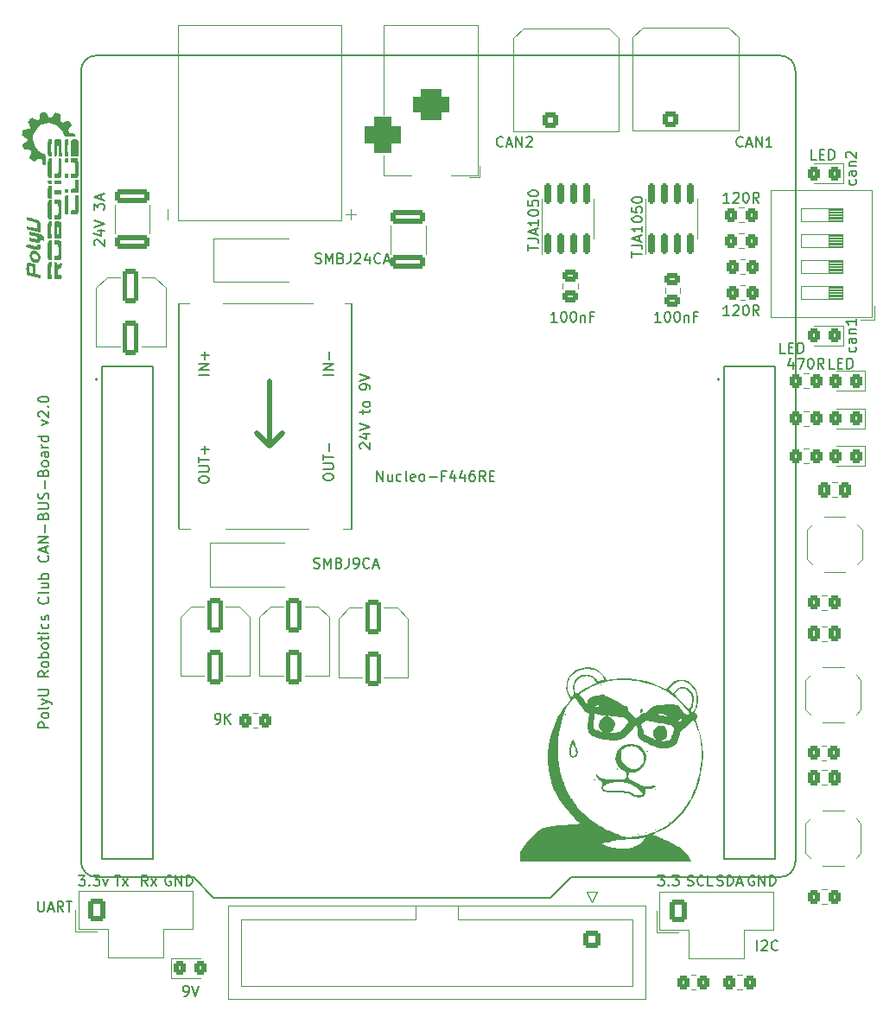
<source format=gto>
G04 #@! TF.GenerationSoftware,KiCad,Pcbnew,6.0.4-6f826c9f35~116~ubuntu18.04.1*
G04 #@! TF.CreationDate,2022-04-20T12:00:40+08:00*
G04 #@! TF.ProjectId,Nucleo_F446Shield_v2,4e75636c-656f-45f4-9634-343653686965,rev?*
G04 #@! TF.SameCoordinates,Original*
G04 #@! TF.FileFunction,Legend,Top*
G04 #@! TF.FilePolarity,Positive*
%FSLAX46Y46*%
G04 Gerber Fmt 4.6, Leading zero omitted, Abs format (unit mm)*
G04 Created by KiCad (PCBNEW 6.0.4-6f826c9f35~116~ubuntu18.04.1) date 2022-04-20 12:00:40*
%MOMM*%
%LPD*%
G01*
G04 APERTURE LIST*
G04 Aperture macros list*
%AMRoundRect*
0 Rectangle with rounded corners*
0 $1 Rounding radius*
0 $2 $3 $4 $5 $6 $7 $8 $9 X,Y pos of 4 corners*
0 Add a 4 corners polygon primitive as box body*
4,1,4,$2,$3,$4,$5,$6,$7,$8,$9,$2,$3,0*
0 Add four circle primitives for the rounded corners*
1,1,$1+$1,$2,$3*
1,1,$1+$1,$4,$5*
1,1,$1+$1,$6,$7*
1,1,$1+$1,$8,$9*
0 Add four rect primitives between the rounded corners*
20,1,$1+$1,$2,$3,$4,$5,0*
20,1,$1+$1,$4,$5,$6,$7,0*
20,1,$1+$1,$6,$7,$8,$9,0*
20,1,$1+$1,$8,$9,$2,$3,0*%
G04 Aperture macros list end*
%ADD10C,0.150000*%
%ADD11C,0.120000*%
%ADD12C,0.500000*%
%ADD13C,0.127000*%
%ADD14C,0.200000*%
%ADD15RoundRect,0.250000X-1.450000X0.400000X-1.450000X-0.400000X1.450000X-0.400000X1.450000X0.400000X0*%
%ADD16RoundRect,0.250000X0.350000X0.450000X-0.350000X0.450000X-0.350000X-0.450000X0.350000X-0.450000X0*%
%ADD17R,0.900000X1.800000*%
%ADD18C,4.500000*%
%ADD19RoundRect,0.250000X0.325000X0.450000X-0.325000X0.450000X-0.325000X-0.450000X0.325000X-0.450000X0*%
%ADD20RoundRect,0.250000X-0.350000X-0.450000X0.350000X-0.450000X0.350000X0.450000X-0.350000X0.450000X0*%
%ADD21R,2.940000X5.020000*%
%ADD22R,3.048000X4.826000*%
%ADD23R,3.070000X5.118000*%
%ADD24RoundRect,0.250000X-0.550000X1.412500X-0.550000X-1.412500X0.550000X-1.412500X0.550000X1.412500X0*%
%ADD25RoundRect,0.250000X-0.337500X-0.475000X0.337500X-0.475000X0.337500X0.475000X-0.337500X0.475000X0*%
%ADD26R,3.500000X3.500000*%
%ADD27RoundRect,0.750000X-1.000000X0.750000X-1.000000X-0.750000X1.000000X-0.750000X1.000000X0.750000X0*%
%ADD28RoundRect,0.875000X-0.875000X0.875000X-0.875000X-0.875000X0.875000X-0.875000X0.875000X0.875000X0*%
%ADD29RoundRect,0.150000X0.150000X-0.825000X0.150000X0.825000X-0.150000X0.825000X-0.150000X-0.825000X0*%
%ADD30RoundRect,0.250000X-0.600000X0.600000X-0.600000X-0.600000X0.600000X-0.600000X0.600000X0.600000X0*%
%ADD31C,1.700000*%
%ADD32R,3.500000X2.300000*%
%ADD33R,1.100000X1.800000*%
%ADD34RoundRect,0.250000X-0.325000X-0.450000X0.325000X-0.450000X0.325000X0.450000X-0.325000X0.450000X0*%
%ADD35RoundRect,0.250000X-0.475000X0.337500X-0.475000X-0.337500X0.475000X-0.337500X0.475000X0.337500X0*%
%ADD36C,1.300000*%
%ADD37RoundRect,0.250000X0.600000X-0.850000X0.600000X0.850000X-0.600000X0.850000X-0.600000X-0.850000X0*%
%ADD38O,1.700000X2.200000*%
%ADD39C,3.000000*%
%ADD40RoundRect,0.250001X-0.499999X-0.499999X0.499999X-0.499999X0.499999X0.499999X-0.499999X0.499999X0*%
%ADD41C,1.500000*%
%ADD42R,1.530000X1.530000*%
%ADD43C,1.530000*%
%ADD44R,1.600000X1.600000*%
%ADD45O,1.600000X1.600000*%
G04 APERTURE END LIST*
D10*
X117475095Y-117610000D02*
X117379857Y-117562380D01*
X117237000Y-117562380D01*
X117094142Y-117610000D01*
X116998904Y-117705238D01*
X116951285Y-117800476D01*
X116903666Y-117990952D01*
X116903666Y-118133809D01*
X116951285Y-118324285D01*
X116998904Y-118419523D01*
X117094142Y-118514761D01*
X117237000Y-118562380D01*
X117332238Y-118562380D01*
X117475095Y-118514761D01*
X117522714Y-118467142D01*
X117522714Y-118133809D01*
X117332238Y-118133809D01*
X117951285Y-118562380D02*
X117951285Y-117562380D01*
X118522714Y-118562380D01*
X118522714Y-117562380D01*
X118998904Y-118562380D02*
X118998904Y-117562380D01*
X119237000Y-117562380D01*
X119379857Y-117610000D01*
X119475095Y-117705238D01*
X119522714Y-117800476D01*
X119570333Y-117990952D01*
X119570333Y-118133809D01*
X119522714Y-118324285D01*
X119475095Y-118419523D01*
X119379857Y-118514761D01*
X119237000Y-118562380D01*
X118998904Y-118562380D01*
X92860952Y-46077142D02*
X92813333Y-46124761D01*
X92670476Y-46172380D01*
X92575238Y-46172380D01*
X92432380Y-46124761D01*
X92337142Y-46029523D01*
X92289523Y-45934285D01*
X92241904Y-45743809D01*
X92241904Y-45600952D01*
X92289523Y-45410476D01*
X92337142Y-45315238D01*
X92432380Y-45220000D01*
X92575238Y-45172380D01*
X92670476Y-45172380D01*
X92813333Y-45220000D01*
X92860952Y-45267619D01*
X93241904Y-45886666D02*
X93718095Y-45886666D01*
X93146666Y-46172380D02*
X93480000Y-45172380D01*
X93813333Y-46172380D01*
X94146666Y-46172380D02*
X94146666Y-45172380D01*
X94718095Y-46172380D01*
X94718095Y-45172380D01*
X95146666Y-45267619D02*
X95194285Y-45220000D01*
X95289523Y-45172380D01*
X95527619Y-45172380D01*
X95622857Y-45220000D01*
X95670476Y-45267619D01*
X95718095Y-45362857D01*
X95718095Y-45458095D01*
X95670476Y-45600952D01*
X95099047Y-46172380D01*
X95718095Y-46172380D01*
X54808523Y-117562380D02*
X55379952Y-117562380D01*
X55094238Y-118562380D02*
X55094238Y-117562380D01*
X55618047Y-118562380D02*
X56141857Y-117895714D01*
X55618047Y-117895714D02*
X56141857Y-118562380D01*
X74327142Y-87399761D02*
X74470000Y-87447380D01*
X74708095Y-87447380D01*
X74803333Y-87399761D01*
X74850952Y-87352142D01*
X74898571Y-87256904D01*
X74898571Y-87161666D01*
X74850952Y-87066428D01*
X74803333Y-87018809D01*
X74708095Y-86971190D01*
X74517619Y-86923571D01*
X74422380Y-86875952D01*
X74374761Y-86828333D01*
X74327142Y-86733095D01*
X74327142Y-86637857D01*
X74374761Y-86542619D01*
X74422380Y-86495000D01*
X74517619Y-86447380D01*
X74755714Y-86447380D01*
X74898571Y-86495000D01*
X75327142Y-87447380D02*
X75327142Y-86447380D01*
X75660476Y-87161666D01*
X75993809Y-86447380D01*
X75993809Y-87447380D01*
X76803333Y-86923571D02*
X76946190Y-86971190D01*
X76993809Y-87018809D01*
X77041428Y-87114047D01*
X77041428Y-87256904D01*
X76993809Y-87352142D01*
X76946190Y-87399761D01*
X76850952Y-87447380D01*
X76470000Y-87447380D01*
X76470000Y-86447380D01*
X76803333Y-86447380D01*
X76898571Y-86495000D01*
X76946190Y-86542619D01*
X76993809Y-86637857D01*
X76993809Y-86733095D01*
X76946190Y-86828333D01*
X76898571Y-86875952D01*
X76803333Y-86923571D01*
X76470000Y-86923571D01*
X77755714Y-86447380D02*
X77755714Y-87161666D01*
X77708095Y-87304523D01*
X77612857Y-87399761D01*
X77470000Y-87447380D01*
X77374761Y-87447380D01*
X78279523Y-87447380D02*
X78470000Y-87447380D01*
X78565238Y-87399761D01*
X78612857Y-87352142D01*
X78708095Y-87209285D01*
X78755714Y-87018809D01*
X78755714Y-86637857D01*
X78708095Y-86542619D01*
X78660476Y-86495000D01*
X78565238Y-86447380D01*
X78374761Y-86447380D01*
X78279523Y-86495000D01*
X78231904Y-86542619D01*
X78184285Y-86637857D01*
X78184285Y-86875952D01*
X78231904Y-86971190D01*
X78279523Y-87018809D01*
X78374761Y-87066428D01*
X78565238Y-87066428D01*
X78660476Y-87018809D01*
X78708095Y-86971190D01*
X78755714Y-86875952D01*
X79755714Y-87352142D02*
X79708095Y-87399761D01*
X79565238Y-87447380D01*
X79470000Y-87447380D01*
X79327142Y-87399761D01*
X79231904Y-87304523D01*
X79184285Y-87209285D01*
X79136666Y-87018809D01*
X79136666Y-86875952D01*
X79184285Y-86685476D01*
X79231904Y-86590238D01*
X79327142Y-86495000D01*
X79470000Y-86447380D01*
X79565238Y-86447380D01*
X79708095Y-86495000D01*
X79755714Y-86542619D01*
X80136666Y-87161666D02*
X80612857Y-87161666D01*
X80041428Y-87447380D02*
X80374761Y-86447380D01*
X80708095Y-87447380D01*
X125341142Y-67889380D02*
X124864952Y-67889380D01*
X124864952Y-66889380D01*
X125674476Y-67365571D02*
X126007809Y-67365571D01*
X126150666Y-67889380D02*
X125674476Y-67889380D01*
X125674476Y-66889380D01*
X126150666Y-66889380D01*
X126579238Y-67889380D02*
X126579238Y-66889380D01*
X126817333Y-66889380D01*
X126960190Y-66937000D01*
X127055428Y-67032238D01*
X127103047Y-67127476D01*
X127150666Y-67317952D01*
X127150666Y-67460809D01*
X127103047Y-67651285D01*
X127055428Y-67746523D01*
X126960190Y-67841761D01*
X126817333Y-67889380D01*
X126579238Y-67889380D01*
X120515142Y-66365380D02*
X120038952Y-66365380D01*
X120038952Y-65365380D01*
X120848476Y-65841571D02*
X121181809Y-65841571D01*
X121324666Y-66365380D02*
X120848476Y-66365380D01*
X120848476Y-65365380D01*
X121324666Y-65365380D01*
X121753238Y-66365380D02*
X121753238Y-65365380D01*
X121991333Y-65365380D01*
X122134190Y-65413000D01*
X122229428Y-65508238D01*
X122277047Y-65603476D01*
X122324666Y-65793952D01*
X122324666Y-65936809D01*
X122277047Y-66127285D01*
X122229428Y-66222523D01*
X122134190Y-66317761D01*
X121991333Y-66365380D01*
X121753238Y-66365380D01*
X47299761Y-120102380D02*
X47299761Y-120911904D01*
X47347380Y-121007142D01*
X47395000Y-121054761D01*
X47490238Y-121102380D01*
X47680714Y-121102380D01*
X47775952Y-121054761D01*
X47823571Y-121007142D01*
X47871190Y-120911904D01*
X47871190Y-120102380D01*
X48299761Y-120816666D02*
X48775952Y-120816666D01*
X48204523Y-121102380D02*
X48537857Y-120102380D01*
X48871190Y-121102380D01*
X49775952Y-121102380D02*
X49442619Y-120626190D01*
X49204523Y-121102380D02*
X49204523Y-120102380D01*
X49585476Y-120102380D01*
X49680714Y-120150000D01*
X49728333Y-120197619D01*
X49775952Y-120292857D01*
X49775952Y-120435714D01*
X49728333Y-120530952D01*
X49680714Y-120578571D01*
X49585476Y-120626190D01*
X49204523Y-120626190D01*
X50061666Y-120102380D02*
X50633095Y-120102380D01*
X50347380Y-121102380D02*
X50347380Y-120102380D01*
X121293095Y-67222714D02*
X121293095Y-67889380D01*
X121055000Y-66841761D02*
X120816904Y-67556047D01*
X121435952Y-67556047D01*
X121721666Y-66889380D02*
X122388333Y-66889380D01*
X121959761Y-67889380D01*
X122959761Y-66889380D02*
X123055000Y-66889380D01*
X123150238Y-66937000D01*
X123197857Y-66984619D01*
X123245476Y-67079857D01*
X123293095Y-67270333D01*
X123293095Y-67508428D01*
X123245476Y-67698904D01*
X123197857Y-67794142D01*
X123150238Y-67841761D01*
X123055000Y-67889380D01*
X122959761Y-67889380D01*
X122864523Y-67841761D01*
X122816904Y-67794142D01*
X122769285Y-67698904D01*
X122721666Y-67508428D01*
X122721666Y-67270333D01*
X122769285Y-67079857D01*
X122816904Y-66984619D01*
X122864523Y-66937000D01*
X122959761Y-66889380D01*
X124293095Y-67889380D02*
X123959761Y-67413190D01*
X123721666Y-67889380D02*
X123721666Y-66889380D01*
X124102619Y-66889380D01*
X124197857Y-66937000D01*
X124245476Y-66984619D01*
X124293095Y-67079857D01*
X124293095Y-67222714D01*
X124245476Y-67317952D01*
X124197857Y-67365571D01*
X124102619Y-67413190D01*
X123721666Y-67413190D01*
X64714523Y-102687380D02*
X64905000Y-102687380D01*
X65000238Y-102639761D01*
X65047857Y-102592142D01*
X65143095Y-102449285D01*
X65190714Y-102258809D01*
X65190714Y-101877857D01*
X65143095Y-101782619D01*
X65095476Y-101735000D01*
X65000238Y-101687380D01*
X64809761Y-101687380D01*
X64714523Y-101735000D01*
X64666904Y-101782619D01*
X64619285Y-101877857D01*
X64619285Y-102115952D01*
X64666904Y-102211190D01*
X64714523Y-102258809D01*
X64809761Y-102306428D01*
X65000238Y-102306428D01*
X65095476Y-102258809D01*
X65143095Y-102211190D01*
X65190714Y-102115952D01*
X65619285Y-102687380D02*
X65619285Y-101687380D01*
X66190714Y-102687380D02*
X65762142Y-102115952D01*
X66190714Y-101687380D02*
X65619285Y-102258809D01*
X115038333Y-62682380D02*
X114466904Y-62682380D01*
X114752619Y-62682380D02*
X114752619Y-61682380D01*
X114657380Y-61825238D01*
X114562142Y-61920476D01*
X114466904Y-61968095D01*
X115419285Y-61777619D02*
X115466904Y-61730000D01*
X115562142Y-61682380D01*
X115800238Y-61682380D01*
X115895476Y-61730000D01*
X115943095Y-61777619D01*
X115990714Y-61872857D01*
X115990714Y-61968095D01*
X115943095Y-62110952D01*
X115371666Y-62682380D01*
X115990714Y-62682380D01*
X116609761Y-61682380D02*
X116705000Y-61682380D01*
X116800238Y-61730000D01*
X116847857Y-61777619D01*
X116895476Y-61872857D01*
X116943095Y-62063333D01*
X116943095Y-62301428D01*
X116895476Y-62491904D01*
X116847857Y-62587142D01*
X116800238Y-62634761D01*
X116705000Y-62682380D01*
X116609761Y-62682380D01*
X116514523Y-62634761D01*
X116466904Y-62587142D01*
X116419285Y-62491904D01*
X116371666Y-62301428D01*
X116371666Y-62063333D01*
X116419285Y-61872857D01*
X116466904Y-61777619D01*
X116514523Y-61730000D01*
X116609761Y-61682380D01*
X117943095Y-62682380D02*
X117609761Y-62206190D01*
X117371666Y-62682380D02*
X117371666Y-61682380D01*
X117752619Y-61682380D01*
X117847857Y-61730000D01*
X117895476Y-61777619D01*
X117943095Y-61872857D01*
X117943095Y-62015714D01*
X117895476Y-62110952D01*
X117847857Y-62158571D01*
X117752619Y-62206190D01*
X117371666Y-62206190D01*
X58070761Y-118562380D02*
X57737428Y-118086190D01*
X57499333Y-118562380D02*
X57499333Y-117562380D01*
X57880285Y-117562380D01*
X57975523Y-117610000D01*
X58023142Y-117657619D01*
X58070761Y-117752857D01*
X58070761Y-117895714D01*
X58023142Y-117990952D01*
X57975523Y-118038571D01*
X57880285Y-118086190D01*
X57499333Y-118086190D01*
X58404095Y-118562380D02*
X58927904Y-117895714D01*
X58404095Y-117895714D02*
X58927904Y-118562380D01*
X127404761Y-65785857D02*
X127452380Y-65881095D01*
X127452380Y-66071571D01*
X127404761Y-66166809D01*
X127357142Y-66214428D01*
X127261904Y-66262047D01*
X126976190Y-66262047D01*
X126880952Y-66214428D01*
X126833333Y-66166809D01*
X126785714Y-66071571D01*
X126785714Y-65881095D01*
X126833333Y-65785857D01*
X127452380Y-64928714D02*
X126928571Y-64928714D01*
X126833333Y-64976333D01*
X126785714Y-65071571D01*
X126785714Y-65262047D01*
X126833333Y-65357285D01*
X127404761Y-64928714D02*
X127452380Y-65023952D01*
X127452380Y-65262047D01*
X127404761Y-65357285D01*
X127309523Y-65404904D01*
X127214285Y-65404904D01*
X127119047Y-65357285D01*
X127071428Y-65262047D01*
X127071428Y-65023952D01*
X127023809Y-64928714D01*
X126785714Y-64452523D02*
X127452380Y-64452523D01*
X126880952Y-64452523D02*
X126833333Y-64404904D01*
X126785714Y-64309666D01*
X126785714Y-64166809D01*
X126833333Y-64071571D01*
X126928571Y-64023952D01*
X127452380Y-64023952D01*
X127452380Y-63023952D02*
X127452380Y-63595380D01*
X127452380Y-63309666D02*
X126452380Y-63309666D01*
X126595238Y-63404904D01*
X126690476Y-63500142D01*
X126738095Y-63595380D01*
X116355952Y-46077142D02*
X116308333Y-46124761D01*
X116165476Y-46172380D01*
X116070238Y-46172380D01*
X115927380Y-46124761D01*
X115832142Y-46029523D01*
X115784523Y-45934285D01*
X115736904Y-45743809D01*
X115736904Y-45600952D01*
X115784523Y-45410476D01*
X115832142Y-45315238D01*
X115927380Y-45220000D01*
X116070238Y-45172380D01*
X116165476Y-45172380D01*
X116308333Y-45220000D01*
X116355952Y-45267619D01*
X116736904Y-45886666D02*
X117213095Y-45886666D01*
X116641666Y-46172380D02*
X116975000Y-45172380D01*
X117308333Y-46172380D01*
X117641666Y-46172380D02*
X117641666Y-45172380D01*
X118213095Y-46172380D01*
X118213095Y-45172380D01*
X119213095Y-46172380D02*
X118641666Y-46172380D01*
X118927380Y-46172380D02*
X118927380Y-45172380D01*
X118832142Y-45315238D01*
X118736904Y-45410476D01*
X118641666Y-45458095D01*
X52887619Y-55816190D02*
X52840000Y-55768571D01*
X52792380Y-55673333D01*
X52792380Y-55435238D01*
X52840000Y-55340000D01*
X52887619Y-55292380D01*
X52982857Y-55244761D01*
X53078095Y-55244761D01*
X53220952Y-55292380D01*
X53792380Y-55863809D01*
X53792380Y-55244761D01*
X53125714Y-54387619D02*
X53792380Y-54387619D01*
X52744761Y-54625714D02*
X53459047Y-54863809D01*
X53459047Y-54244761D01*
X52792380Y-54006666D02*
X53792380Y-53673333D01*
X52792380Y-53340000D01*
X52792380Y-52340000D02*
X52792380Y-51720952D01*
X53173333Y-52054285D01*
X53173333Y-51911428D01*
X53220952Y-51816190D01*
X53268571Y-51768571D01*
X53363809Y-51720952D01*
X53601904Y-51720952D01*
X53697142Y-51768571D01*
X53744761Y-51816190D01*
X53792380Y-51911428D01*
X53792380Y-52197142D01*
X53744761Y-52292380D01*
X53697142Y-52340000D01*
X53506666Y-51340000D02*
X53506666Y-50863809D01*
X53792380Y-51435238D02*
X52792380Y-51101904D01*
X53792380Y-50768571D01*
X60325095Y-117610000D02*
X60229857Y-117562380D01*
X60087000Y-117562380D01*
X59944142Y-117610000D01*
X59848904Y-117705238D01*
X59801285Y-117800476D01*
X59753666Y-117990952D01*
X59753666Y-118133809D01*
X59801285Y-118324285D01*
X59848904Y-118419523D01*
X59944142Y-118514761D01*
X60087000Y-118562380D01*
X60182238Y-118562380D01*
X60325095Y-118514761D01*
X60372714Y-118467142D01*
X60372714Y-118133809D01*
X60182238Y-118133809D01*
X60801285Y-118562380D02*
X60801285Y-117562380D01*
X61372714Y-118562380D01*
X61372714Y-117562380D01*
X61848904Y-118562380D02*
X61848904Y-117562380D01*
X62087000Y-117562380D01*
X62229857Y-117610000D01*
X62325095Y-117705238D01*
X62372714Y-117800476D01*
X62420333Y-117990952D01*
X62420333Y-118133809D01*
X62372714Y-118324285D01*
X62325095Y-118419523D01*
X62229857Y-118514761D01*
X62087000Y-118562380D01*
X61848904Y-118562380D01*
X117768809Y-124912380D02*
X117768809Y-123912380D01*
X118197380Y-124007619D02*
X118245000Y-123960000D01*
X118340238Y-123912380D01*
X118578333Y-123912380D01*
X118673571Y-123960000D01*
X118721190Y-124007619D01*
X118768809Y-124102857D01*
X118768809Y-124198095D01*
X118721190Y-124340952D01*
X118149761Y-124912380D01*
X118768809Y-124912380D01*
X119768809Y-124817142D02*
X119721190Y-124864761D01*
X119578333Y-124912380D01*
X119483095Y-124912380D01*
X119340238Y-124864761D01*
X119245000Y-124769523D01*
X119197380Y-124674285D01*
X119149761Y-124483809D01*
X119149761Y-124340952D01*
X119197380Y-124150476D01*
X119245000Y-124055238D01*
X119340238Y-123960000D01*
X119483095Y-123912380D01*
X119578333Y-123912380D01*
X119721190Y-123960000D01*
X119768809Y-124007619D01*
X48331380Y-103082285D02*
X47331380Y-103082285D01*
X47331380Y-102701333D01*
X47379000Y-102606095D01*
X47426619Y-102558476D01*
X47521857Y-102510857D01*
X47664714Y-102510857D01*
X47759952Y-102558476D01*
X47807571Y-102606095D01*
X47855190Y-102701333D01*
X47855190Y-103082285D01*
X48331380Y-101939428D02*
X48283761Y-102034666D01*
X48236142Y-102082285D01*
X48140904Y-102129904D01*
X47855190Y-102129904D01*
X47759952Y-102082285D01*
X47712333Y-102034666D01*
X47664714Y-101939428D01*
X47664714Y-101796571D01*
X47712333Y-101701333D01*
X47759952Y-101653714D01*
X47855190Y-101606095D01*
X48140904Y-101606095D01*
X48236142Y-101653714D01*
X48283761Y-101701333D01*
X48331380Y-101796571D01*
X48331380Y-101939428D01*
X48331380Y-101034666D02*
X48283761Y-101129904D01*
X48188523Y-101177523D01*
X47331380Y-101177523D01*
X47664714Y-100748952D02*
X48331380Y-100510857D01*
X47664714Y-100272761D02*
X48331380Y-100510857D01*
X48569476Y-100606095D01*
X48617095Y-100653714D01*
X48664714Y-100748952D01*
X47331380Y-99891809D02*
X48140904Y-99891809D01*
X48236142Y-99844190D01*
X48283761Y-99796571D01*
X48331380Y-99701333D01*
X48331380Y-99510857D01*
X48283761Y-99415619D01*
X48236142Y-99368000D01*
X48140904Y-99320380D01*
X47331380Y-99320380D01*
X48331380Y-97510857D02*
X47855190Y-97844190D01*
X48331380Y-98082285D02*
X47331380Y-98082285D01*
X47331380Y-97701333D01*
X47379000Y-97606095D01*
X47426619Y-97558476D01*
X47521857Y-97510857D01*
X47664714Y-97510857D01*
X47759952Y-97558476D01*
X47807571Y-97606095D01*
X47855190Y-97701333D01*
X47855190Y-98082285D01*
X48331380Y-96939428D02*
X48283761Y-97034666D01*
X48236142Y-97082285D01*
X48140904Y-97129904D01*
X47855190Y-97129904D01*
X47759952Y-97082285D01*
X47712333Y-97034666D01*
X47664714Y-96939428D01*
X47664714Y-96796571D01*
X47712333Y-96701333D01*
X47759952Y-96653714D01*
X47855190Y-96606095D01*
X48140904Y-96606095D01*
X48236142Y-96653714D01*
X48283761Y-96701333D01*
X48331380Y-96796571D01*
X48331380Y-96939428D01*
X48331380Y-96177523D02*
X47331380Y-96177523D01*
X47712333Y-96177523D02*
X47664714Y-96082285D01*
X47664714Y-95891809D01*
X47712333Y-95796571D01*
X47759952Y-95748952D01*
X47855190Y-95701333D01*
X48140904Y-95701333D01*
X48236142Y-95748952D01*
X48283761Y-95796571D01*
X48331380Y-95891809D01*
X48331380Y-96082285D01*
X48283761Y-96177523D01*
X48331380Y-95129904D02*
X48283761Y-95225142D01*
X48236142Y-95272761D01*
X48140904Y-95320380D01*
X47855190Y-95320380D01*
X47759952Y-95272761D01*
X47712333Y-95225142D01*
X47664714Y-95129904D01*
X47664714Y-94987047D01*
X47712333Y-94891809D01*
X47759952Y-94844190D01*
X47855190Y-94796571D01*
X48140904Y-94796571D01*
X48236142Y-94844190D01*
X48283761Y-94891809D01*
X48331380Y-94987047D01*
X48331380Y-95129904D01*
X47664714Y-94510857D02*
X47664714Y-94129904D01*
X47331380Y-94368000D02*
X48188523Y-94368000D01*
X48283761Y-94320380D01*
X48331380Y-94225142D01*
X48331380Y-94129904D01*
X48331380Y-93796571D02*
X47664714Y-93796571D01*
X47331380Y-93796571D02*
X47379000Y-93844190D01*
X47426619Y-93796571D01*
X47379000Y-93748952D01*
X47331380Y-93796571D01*
X47426619Y-93796571D01*
X48283761Y-92891809D02*
X48331380Y-92987047D01*
X48331380Y-93177523D01*
X48283761Y-93272761D01*
X48236142Y-93320380D01*
X48140904Y-93368000D01*
X47855190Y-93368000D01*
X47759952Y-93320380D01*
X47712333Y-93272761D01*
X47664714Y-93177523D01*
X47664714Y-92987047D01*
X47712333Y-92891809D01*
X48283761Y-92510857D02*
X48331380Y-92415619D01*
X48331380Y-92225142D01*
X48283761Y-92129904D01*
X48188523Y-92082285D01*
X48140904Y-92082285D01*
X48045666Y-92129904D01*
X47998047Y-92225142D01*
X47998047Y-92368000D01*
X47950428Y-92463238D01*
X47855190Y-92510857D01*
X47807571Y-92510857D01*
X47712333Y-92463238D01*
X47664714Y-92368000D01*
X47664714Y-92225142D01*
X47712333Y-92129904D01*
X48236142Y-90320380D02*
X48283761Y-90368000D01*
X48331380Y-90510857D01*
X48331380Y-90606095D01*
X48283761Y-90748952D01*
X48188523Y-90844190D01*
X48093285Y-90891809D01*
X47902809Y-90939428D01*
X47759952Y-90939428D01*
X47569476Y-90891809D01*
X47474238Y-90844190D01*
X47379000Y-90748952D01*
X47331380Y-90606095D01*
X47331380Y-90510857D01*
X47379000Y-90368000D01*
X47426619Y-90320380D01*
X48331380Y-89748952D02*
X48283761Y-89844190D01*
X48188523Y-89891809D01*
X47331380Y-89891809D01*
X47664714Y-88939428D02*
X48331380Y-88939428D01*
X47664714Y-89368000D02*
X48188523Y-89368000D01*
X48283761Y-89320380D01*
X48331380Y-89225142D01*
X48331380Y-89082285D01*
X48283761Y-88987047D01*
X48236142Y-88939428D01*
X48331380Y-88463238D02*
X47331380Y-88463238D01*
X47712333Y-88463238D02*
X47664714Y-88368000D01*
X47664714Y-88177523D01*
X47712333Y-88082285D01*
X47759952Y-88034666D01*
X47855190Y-87987047D01*
X48140904Y-87987047D01*
X48236142Y-88034666D01*
X48283761Y-88082285D01*
X48331380Y-88177523D01*
X48331380Y-88368000D01*
X48283761Y-88463238D01*
X48236142Y-86225142D02*
X48283761Y-86272761D01*
X48331380Y-86415619D01*
X48331380Y-86510857D01*
X48283761Y-86653714D01*
X48188523Y-86748952D01*
X48093285Y-86796571D01*
X47902809Y-86844190D01*
X47759952Y-86844190D01*
X47569476Y-86796571D01*
X47474238Y-86748952D01*
X47379000Y-86653714D01*
X47331380Y-86510857D01*
X47331380Y-86415619D01*
X47379000Y-86272761D01*
X47426619Y-86225142D01*
X48045666Y-85844190D02*
X48045666Y-85368000D01*
X48331380Y-85939428D02*
X47331380Y-85606095D01*
X48331380Y-85272761D01*
X48331380Y-84939428D02*
X47331380Y-84939428D01*
X48331380Y-84368000D01*
X47331380Y-84368000D01*
X47950428Y-83891809D02*
X47950428Y-83129904D01*
X47807571Y-82320380D02*
X47855190Y-82177523D01*
X47902809Y-82129904D01*
X47998047Y-82082285D01*
X48140904Y-82082285D01*
X48236142Y-82129904D01*
X48283761Y-82177523D01*
X48331380Y-82272761D01*
X48331380Y-82653714D01*
X47331380Y-82653714D01*
X47331380Y-82320380D01*
X47379000Y-82225142D01*
X47426619Y-82177523D01*
X47521857Y-82129904D01*
X47617095Y-82129904D01*
X47712333Y-82177523D01*
X47759952Y-82225142D01*
X47807571Y-82320380D01*
X47807571Y-82653714D01*
X47331380Y-81653714D02*
X48140904Y-81653714D01*
X48236142Y-81606095D01*
X48283761Y-81558476D01*
X48331380Y-81463238D01*
X48331380Y-81272761D01*
X48283761Y-81177523D01*
X48236142Y-81129904D01*
X48140904Y-81082285D01*
X47331380Y-81082285D01*
X48283761Y-80653714D02*
X48331380Y-80510857D01*
X48331380Y-80272761D01*
X48283761Y-80177523D01*
X48236142Y-80129904D01*
X48140904Y-80082285D01*
X48045666Y-80082285D01*
X47950428Y-80129904D01*
X47902809Y-80177523D01*
X47855190Y-80272761D01*
X47807571Y-80463238D01*
X47759952Y-80558476D01*
X47712333Y-80606095D01*
X47617095Y-80653714D01*
X47521857Y-80653714D01*
X47426619Y-80606095D01*
X47379000Y-80558476D01*
X47331380Y-80463238D01*
X47331380Y-80225142D01*
X47379000Y-80082285D01*
X47950428Y-79653714D02*
X47950428Y-78891809D01*
X47807571Y-78082285D02*
X47855190Y-77939428D01*
X47902809Y-77891809D01*
X47998047Y-77844190D01*
X48140904Y-77844190D01*
X48236142Y-77891809D01*
X48283761Y-77939428D01*
X48331380Y-78034666D01*
X48331380Y-78415619D01*
X47331380Y-78415619D01*
X47331380Y-78082285D01*
X47379000Y-77987047D01*
X47426619Y-77939428D01*
X47521857Y-77891809D01*
X47617095Y-77891809D01*
X47712333Y-77939428D01*
X47759952Y-77987047D01*
X47807571Y-78082285D01*
X47807571Y-78415619D01*
X48331380Y-77272761D02*
X48283761Y-77368000D01*
X48236142Y-77415619D01*
X48140904Y-77463238D01*
X47855190Y-77463238D01*
X47759952Y-77415619D01*
X47712333Y-77368000D01*
X47664714Y-77272761D01*
X47664714Y-77129904D01*
X47712333Y-77034666D01*
X47759952Y-76987047D01*
X47855190Y-76939428D01*
X48140904Y-76939428D01*
X48236142Y-76987047D01*
X48283761Y-77034666D01*
X48331380Y-77129904D01*
X48331380Y-77272761D01*
X48331380Y-76082285D02*
X47807571Y-76082285D01*
X47712333Y-76129904D01*
X47664714Y-76225142D01*
X47664714Y-76415619D01*
X47712333Y-76510857D01*
X48283761Y-76082285D02*
X48331380Y-76177523D01*
X48331380Y-76415619D01*
X48283761Y-76510857D01*
X48188523Y-76558476D01*
X48093285Y-76558476D01*
X47998047Y-76510857D01*
X47950428Y-76415619D01*
X47950428Y-76177523D01*
X47902809Y-76082285D01*
X48331380Y-75606095D02*
X47664714Y-75606095D01*
X47855190Y-75606095D02*
X47759952Y-75558476D01*
X47712333Y-75510857D01*
X47664714Y-75415619D01*
X47664714Y-75320380D01*
X48331380Y-74558476D02*
X47331380Y-74558476D01*
X48283761Y-74558476D02*
X48331380Y-74653714D01*
X48331380Y-74844190D01*
X48283761Y-74939428D01*
X48236142Y-74987047D01*
X48140904Y-75034666D01*
X47855190Y-75034666D01*
X47759952Y-74987047D01*
X47712333Y-74939428D01*
X47664714Y-74844190D01*
X47664714Y-74653714D01*
X47712333Y-74558476D01*
X47664714Y-73415619D02*
X48331380Y-73177523D01*
X47664714Y-72939428D01*
X47426619Y-72606095D02*
X47379000Y-72558476D01*
X47331380Y-72463238D01*
X47331380Y-72225142D01*
X47379000Y-72129904D01*
X47426619Y-72082285D01*
X47521857Y-72034666D01*
X47617095Y-72034666D01*
X47759952Y-72082285D01*
X48331380Y-72653714D01*
X48331380Y-72034666D01*
X48236142Y-71606095D02*
X48283761Y-71558476D01*
X48331380Y-71606095D01*
X48283761Y-71653714D01*
X48236142Y-71606095D01*
X48331380Y-71606095D01*
X47331380Y-70939428D02*
X47331380Y-70844190D01*
X47379000Y-70748952D01*
X47426619Y-70701333D01*
X47521857Y-70653714D01*
X47712333Y-70606095D01*
X47950428Y-70606095D01*
X48140904Y-70653714D01*
X48236142Y-70701333D01*
X48283761Y-70748952D01*
X48331380Y-70844190D01*
X48331380Y-70939428D01*
X48283761Y-71034666D01*
X48236142Y-71082285D01*
X48140904Y-71129904D01*
X47950428Y-71177523D01*
X47712333Y-71177523D01*
X47521857Y-71129904D01*
X47426619Y-71082285D01*
X47379000Y-71034666D01*
X47331380Y-70939428D01*
X98147380Y-63317380D02*
X97575952Y-63317380D01*
X97861666Y-63317380D02*
X97861666Y-62317380D01*
X97766428Y-62460238D01*
X97671190Y-62555476D01*
X97575952Y-62603095D01*
X98766428Y-62317380D02*
X98861666Y-62317380D01*
X98956904Y-62365000D01*
X99004523Y-62412619D01*
X99052142Y-62507857D01*
X99099761Y-62698333D01*
X99099761Y-62936428D01*
X99052142Y-63126904D01*
X99004523Y-63222142D01*
X98956904Y-63269761D01*
X98861666Y-63317380D01*
X98766428Y-63317380D01*
X98671190Y-63269761D01*
X98623571Y-63222142D01*
X98575952Y-63126904D01*
X98528333Y-62936428D01*
X98528333Y-62698333D01*
X98575952Y-62507857D01*
X98623571Y-62412619D01*
X98671190Y-62365000D01*
X98766428Y-62317380D01*
X99718809Y-62317380D02*
X99814047Y-62317380D01*
X99909285Y-62365000D01*
X99956904Y-62412619D01*
X100004523Y-62507857D01*
X100052142Y-62698333D01*
X100052142Y-62936428D01*
X100004523Y-63126904D01*
X99956904Y-63222142D01*
X99909285Y-63269761D01*
X99814047Y-63317380D01*
X99718809Y-63317380D01*
X99623571Y-63269761D01*
X99575952Y-63222142D01*
X99528333Y-63126904D01*
X99480714Y-62936428D01*
X99480714Y-62698333D01*
X99528333Y-62507857D01*
X99575952Y-62412619D01*
X99623571Y-62365000D01*
X99718809Y-62317380D01*
X100480714Y-62650714D02*
X100480714Y-63317380D01*
X100480714Y-62745952D02*
X100528333Y-62698333D01*
X100623571Y-62650714D01*
X100766428Y-62650714D01*
X100861666Y-62698333D01*
X100909285Y-62793571D01*
X100909285Y-63317380D01*
X101718809Y-62793571D02*
X101385476Y-62793571D01*
X101385476Y-63317380D02*
X101385476Y-62317380D01*
X101861666Y-62317380D01*
X113847714Y-118514761D02*
X113990571Y-118562380D01*
X114228666Y-118562380D01*
X114323904Y-118514761D01*
X114371523Y-118467142D01*
X114419142Y-118371904D01*
X114419142Y-118276666D01*
X114371523Y-118181428D01*
X114323904Y-118133809D01*
X114228666Y-118086190D01*
X114038190Y-118038571D01*
X113942952Y-117990952D01*
X113895333Y-117943333D01*
X113847714Y-117848095D01*
X113847714Y-117752857D01*
X113895333Y-117657619D01*
X113942952Y-117610000D01*
X114038190Y-117562380D01*
X114276285Y-117562380D01*
X114419142Y-117610000D01*
X114847714Y-118562380D02*
X114847714Y-117562380D01*
X115085809Y-117562380D01*
X115228666Y-117610000D01*
X115323904Y-117705238D01*
X115371523Y-117800476D01*
X115419142Y-117990952D01*
X115419142Y-118133809D01*
X115371523Y-118324285D01*
X115323904Y-118419523D01*
X115228666Y-118514761D01*
X115085809Y-118562380D01*
X114847714Y-118562380D01*
X115800095Y-118276666D02*
X116276285Y-118276666D01*
X115704857Y-118562380D02*
X116038190Y-117562380D01*
X116371523Y-118562380D01*
X51276428Y-117562380D02*
X51895476Y-117562380D01*
X51562142Y-117943333D01*
X51705000Y-117943333D01*
X51800238Y-117990952D01*
X51847857Y-118038571D01*
X51895476Y-118133809D01*
X51895476Y-118371904D01*
X51847857Y-118467142D01*
X51800238Y-118514761D01*
X51705000Y-118562380D01*
X51419285Y-118562380D01*
X51324047Y-118514761D01*
X51276428Y-118467142D01*
X52324047Y-118467142D02*
X52371666Y-118514761D01*
X52324047Y-118562380D01*
X52276428Y-118514761D01*
X52324047Y-118467142D01*
X52324047Y-118562380D01*
X52705000Y-117562380D02*
X53324047Y-117562380D01*
X52990714Y-117943333D01*
X53133571Y-117943333D01*
X53228809Y-117990952D01*
X53276428Y-118038571D01*
X53324047Y-118133809D01*
X53324047Y-118371904D01*
X53276428Y-118467142D01*
X53228809Y-118514761D01*
X53133571Y-118562380D01*
X52847857Y-118562380D01*
X52752619Y-118514761D01*
X52705000Y-118467142D01*
X53657380Y-117895714D02*
X53895476Y-118562380D01*
X54133571Y-117895714D01*
X105497380Y-56975000D02*
X105497380Y-56403571D01*
X106497380Y-56689285D02*
X105497380Y-56689285D01*
X105497380Y-55784523D02*
X106211666Y-55784523D01*
X106354523Y-55832142D01*
X106449761Y-55927380D01*
X106497380Y-56070238D01*
X106497380Y-56165476D01*
X106211666Y-55355952D02*
X106211666Y-54879761D01*
X106497380Y-55451190D02*
X105497380Y-55117857D01*
X106497380Y-54784523D01*
X106497380Y-53927380D02*
X106497380Y-54498809D01*
X106497380Y-54213095D02*
X105497380Y-54213095D01*
X105640238Y-54308333D01*
X105735476Y-54403571D01*
X105783095Y-54498809D01*
X105497380Y-53308333D02*
X105497380Y-53213095D01*
X105545000Y-53117857D01*
X105592619Y-53070238D01*
X105687857Y-53022619D01*
X105878333Y-52975000D01*
X106116428Y-52975000D01*
X106306904Y-53022619D01*
X106402142Y-53070238D01*
X106449761Y-53117857D01*
X106497380Y-53213095D01*
X106497380Y-53308333D01*
X106449761Y-53403571D01*
X106402142Y-53451190D01*
X106306904Y-53498809D01*
X106116428Y-53546428D01*
X105878333Y-53546428D01*
X105687857Y-53498809D01*
X105592619Y-53451190D01*
X105545000Y-53403571D01*
X105497380Y-53308333D01*
X105497380Y-52070238D02*
X105497380Y-52546428D01*
X105973571Y-52594047D01*
X105925952Y-52546428D01*
X105878333Y-52451190D01*
X105878333Y-52213095D01*
X105925952Y-52117857D01*
X105973571Y-52070238D01*
X106068809Y-52022619D01*
X106306904Y-52022619D01*
X106402142Y-52070238D01*
X106449761Y-52117857D01*
X106497380Y-52213095D01*
X106497380Y-52451190D01*
X106449761Y-52546428D01*
X106402142Y-52594047D01*
X105497380Y-51403571D02*
X105497380Y-51308333D01*
X105545000Y-51213095D01*
X105592619Y-51165476D01*
X105687857Y-51117857D01*
X105878333Y-51070238D01*
X106116428Y-51070238D01*
X106306904Y-51117857D01*
X106402142Y-51165476D01*
X106449761Y-51213095D01*
X106497380Y-51308333D01*
X106497380Y-51403571D01*
X106449761Y-51498809D01*
X106402142Y-51546428D01*
X106306904Y-51594047D01*
X106116428Y-51641666D01*
X105878333Y-51641666D01*
X105687857Y-51594047D01*
X105592619Y-51546428D01*
X105545000Y-51498809D01*
X105497380Y-51403571D01*
X115038333Y-51633380D02*
X114466904Y-51633380D01*
X114752619Y-51633380D02*
X114752619Y-50633380D01*
X114657380Y-50776238D01*
X114562142Y-50871476D01*
X114466904Y-50919095D01*
X115419285Y-50728619D02*
X115466904Y-50681000D01*
X115562142Y-50633380D01*
X115800238Y-50633380D01*
X115895476Y-50681000D01*
X115943095Y-50728619D01*
X115990714Y-50823857D01*
X115990714Y-50919095D01*
X115943095Y-51061952D01*
X115371666Y-51633380D01*
X115990714Y-51633380D01*
X116609761Y-50633380D02*
X116705000Y-50633380D01*
X116800238Y-50681000D01*
X116847857Y-50728619D01*
X116895476Y-50823857D01*
X116943095Y-51014333D01*
X116943095Y-51252428D01*
X116895476Y-51442904D01*
X116847857Y-51538142D01*
X116800238Y-51585761D01*
X116705000Y-51633380D01*
X116609761Y-51633380D01*
X116514523Y-51585761D01*
X116466904Y-51538142D01*
X116419285Y-51442904D01*
X116371666Y-51252428D01*
X116371666Y-51014333D01*
X116419285Y-50823857D01*
X116466904Y-50728619D01*
X116514523Y-50681000D01*
X116609761Y-50633380D01*
X117943095Y-51633380D02*
X117609761Y-51157190D01*
X117371666Y-51633380D02*
X117371666Y-50633380D01*
X117752619Y-50633380D01*
X117847857Y-50681000D01*
X117895476Y-50728619D01*
X117943095Y-50823857D01*
X117943095Y-50966714D01*
X117895476Y-51061952D01*
X117847857Y-51109571D01*
X117752619Y-51157190D01*
X117371666Y-51157190D01*
X61610952Y-129357380D02*
X61801428Y-129357380D01*
X61896666Y-129309761D01*
X61944285Y-129262142D01*
X62039523Y-129119285D01*
X62087142Y-128928809D01*
X62087142Y-128547857D01*
X62039523Y-128452619D01*
X61991904Y-128405000D01*
X61896666Y-128357380D01*
X61706190Y-128357380D01*
X61610952Y-128405000D01*
X61563333Y-128452619D01*
X61515714Y-128547857D01*
X61515714Y-128785952D01*
X61563333Y-128881190D01*
X61610952Y-128928809D01*
X61706190Y-128976428D01*
X61896666Y-128976428D01*
X61991904Y-128928809D01*
X62039523Y-128881190D01*
X62087142Y-128785952D01*
X62372857Y-128357380D02*
X62706190Y-129357380D01*
X63039523Y-128357380D01*
X108045380Y-117562380D02*
X108664428Y-117562380D01*
X108331095Y-117943333D01*
X108473952Y-117943333D01*
X108569190Y-117990952D01*
X108616809Y-118038571D01*
X108664428Y-118133809D01*
X108664428Y-118371904D01*
X108616809Y-118467142D01*
X108569190Y-118514761D01*
X108473952Y-118562380D01*
X108188238Y-118562380D01*
X108093000Y-118514761D01*
X108045380Y-118467142D01*
X109093000Y-118467142D02*
X109140619Y-118514761D01*
X109093000Y-118562380D01*
X109045380Y-118514761D01*
X109093000Y-118467142D01*
X109093000Y-118562380D01*
X109473952Y-117562380D02*
X110093000Y-117562380D01*
X109759666Y-117943333D01*
X109902523Y-117943333D01*
X109997761Y-117990952D01*
X110045380Y-118038571D01*
X110093000Y-118133809D01*
X110093000Y-118371904D01*
X110045380Y-118467142D01*
X109997761Y-118514761D01*
X109902523Y-118562380D01*
X109616809Y-118562380D01*
X109521571Y-118514761D01*
X109473952Y-118467142D01*
X95337380Y-56340000D02*
X95337380Y-55768571D01*
X96337380Y-56054285D02*
X95337380Y-56054285D01*
X95337380Y-55149523D02*
X96051666Y-55149523D01*
X96194523Y-55197142D01*
X96289761Y-55292380D01*
X96337380Y-55435238D01*
X96337380Y-55530476D01*
X96051666Y-54720952D02*
X96051666Y-54244761D01*
X96337380Y-54816190D02*
X95337380Y-54482857D01*
X96337380Y-54149523D01*
X96337380Y-53292380D02*
X96337380Y-53863809D01*
X96337380Y-53578095D02*
X95337380Y-53578095D01*
X95480238Y-53673333D01*
X95575476Y-53768571D01*
X95623095Y-53863809D01*
X95337380Y-52673333D02*
X95337380Y-52578095D01*
X95385000Y-52482857D01*
X95432619Y-52435238D01*
X95527857Y-52387619D01*
X95718333Y-52340000D01*
X95956428Y-52340000D01*
X96146904Y-52387619D01*
X96242142Y-52435238D01*
X96289761Y-52482857D01*
X96337380Y-52578095D01*
X96337380Y-52673333D01*
X96289761Y-52768571D01*
X96242142Y-52816190D01*
X96146904Y-52863809D01*
X95956428Y-52911428D01*
X95718333Y-52911428D01*
X95527857Y-52863809D01*
X95432619Y-52816190D01*
X95385000Y-52768571D01*
X95337380Y-52673333D01*
X95337380Y-51435238D02*
X95337380Y-51911428D01*
X95813571Y-51959047D01*
X95765952Y-51911428D01*
X95718333Y-51816190D01*
X95718333Y-51578095D01*
X95765952Y-51482857D01*
X95813571Y-51435238D01*
X95908809Y-51387619D01*
X96146904Y-51387619D01*
X96242142Y-51435238D01*
X96289761Y-51482857D01*
X96337380Y-51578095D01*
X96337380Y-51816190D01*
X96289761Y-51911428D01*
X96242142Y-51959047D01*
X95337380Y-50768571D02*
X95337380Y-50673333D01*
X95385000Y-50578095D01*
X95432619Y-50530476D01*
X95527857Y-50482857D01*
X95718333Y-50435238D01*
X95956428Y-50435238D01*
X96146904Y-50482857D01*
X96242142Y-50530476D01*
X96289761Y-50578095D01*
X96337380Y-50673333D01*
X96337380Y-50768571D01*
X96289761Y-50863809D01*
X96242142Y-50911428D01*
X96146904Y-50959047D01*
X95956428Y-51006666D01*
X95718333Y-51006666D01*
X95527857Y-50959047D01*
X95432619Y-50911428D01*
X95385000Y-50863809D01*
X95337380Y-50768571D01*
X127404761Y-49402857D02*
X127452380Y-49498095D01*
X127452380Y-49688571D01*
X127404761Y-49783809D01*
X127357142Y-49831428D01*
X127261904Y-49879047D01*
X126976190Y-49879047D01*
X126880952Y-49831428D01*
X126833333Y-49783809D01*
X126785714Y-49688571D01*
X126785714Y-49498095D01*
X126833333Y-49402857D01*
X127452380Y-48545714D02*
X126928571Y-48545714D01*
X126833333Y-48593333D01*
X126785714Y-48688571D01*
X126785714Y-48879047D01*
X126833333Y-48974285D01*
X127404761Y-48545714D02*
X127452380Y-48640952D01*
X127452380Y-48879047D01*
X127404761Y-48974285D01*
X127309523Y-49021904D01*
X127214285Y-49021904D01*
X127119047Y-48974285D01*
X127071428Y-48879047D01*
X127071428Y-48640952D01*
X127023809Y-48545714D01*
X126785714Y-48069523D02*
X127452380Y-48069523D01*
X126880952Y-48069523D02*
X126833333Y-48021904D01*
X126785714Y-47926666D01*
X126785714Y-47783809D01*
X126833333Y-47688571D01*
X126928571Y-47640952D01*
X127452380Y-47640952D01*
X126547619Y-47212380D02*
X126500000Y-47164761D01*
X126452380Y-47069523D01*
X126452380Y-46831428D01*
X126500000Y-46736190D01*
X126547619Y-46688571D01*
X126642857Y-46640952D01*
X126738095Y-46640952D01*
X126880952Y-46688571D01*
X127452380Y-47260000D01*
X127452380Y-46640952D01*
X110950523Y-118514761D02*
X111093380Y-118562380D01*
X111331476Y-118562380D01*
X111426714Y-118514761D01*
X111474333Y-118467142D01*
X111521952Y-118371904D01*
X111521952Y-118276666D01*
X111474333Y-118181428D01*
X111426714Y-118133809D01*
X111331476Y-118086190D01*
X111141000Y-118038571D01*
X111045761Y-117990952D01*
X110998142Y-117943333D01*
X110950523Y-117848095D01*
X110950523Y-117752857D01*
X110998142Y-117657619D01*
X111045761Y-117610000D01*
X111141000Y-117562380D01*
X111379095Y-117562380D01*
X111521952Y-117610000D01*
X112521952Y-118467142D02*
X112474333Y-118514761D01*
X112331476Y-118562380D01*
X112236238Y-118562380D01*
X112093380Y-118514761D01*
X111998142Y-118419523D01*
X111950523Y-118324285D01*
X111902904Y-118133809D01*
X111902904Y-117990952D01*
X111950523Y-117800476D01*
X111998142Y-117705238D01*
X112093380Y-117610000D01*
X112236238Y-117562380D01*
X112331476Y-117562380D01*
X112474333Y-117610000D01*
X112521952Y-117657619D01*
X113426714Y-118562380D02*
X112950523Y-118562380D01*
X112950523Y-117562380D01*
X123563142Y-47442380D02*
X123086952Y-47442380D01*
X123086952Y-46442380D01*
X123896476Y-46918571D02*
X124229809Y-46918571D01*
X124372666Y-47442380D02*
X123896476Y-47442380D01*
X123896476Y-46442380D01*
X124372666Y-46442380D01*
X124801238Y-47442380D02*
X124801238Y-46442380D01*
X125039333Y-46442380D01*
X125182190Y-46490000D01*
X125277428Y-46585238D01*
X125325047Y-46680476D01*
X125372666Y-46870952D01*
X125372666Y-47013809D01*
X125325047Y-47204285D01*
X125277428Y-47299523D01*
X125182190Y-47394761D01*
X125039333Y-47442380D01*
X124801238Y-47442380D01*
X78922619Y-75731190D02*
X78875000Y-75683571D01*
X78827380Y-75588333D01*
X78827380Y-75350238D01*
X78875000Y-75255000D01*
X78922619Y-75207380D01*
X79017857Y-75159761D01*
X79113095Y-75159761D01*
X79255952Y-75207380D01*
X79827380Y-75778809D01*
X79827380Y-75159761D01*
X79160714Y-74302619D02*
X79827380Y-74302619D01*
X78779761Y-74540714D02*
X79494047Y-74778809D01*
X79494047Y-74159761D01*
X78827380Y-73921666D02*
X79827380Y-73588333D01*
X78827380Y-73255000D01*
X79160714Y-72302619D02*
X79160714Y-71921666D01*
X78827380Y-72159761D02*
X79684523Y-72159761D01*
X79779761Y-72112142D01*
X79827380Y-72016904D01*
X79827380Y-71921666D01*
X79827380Y-71445476D02*
X79779761Y-71540714D01*
X79732142Y-71588333D01*
X79636904Y-71635952D01*
X79351190Y-71635952D01*
X79255952Y-71588333D01*
X79208333Y-71540714D01*
X79160714Y-71445476D01*
X79160714Y-71302619D01*
X79208333Y-71207380D01*
X79255952Y-71159761D01*
X79351190Y-71112142D01*
X79636904Y-71112142D01*
X79732142Y-71159761D01*
X79779761Y-71207380D01*
X79827380Y-71302619D01*
X79827380Y-71445476D01*
X79827380Y-69874047D02*
X79827380Y-69683571D01*
X79779761Y-69588333D01*
X79732142Y-69540714D01*
X79589285Y-69445476D01*
X79398809Y-69397857D01*
X79017857Y-69397857D01*
X78922619Y-69445476D01*
X78875000Y-69493095D01*
X78827380Y-69588333D01*
X78827380Y-69778809D01*
X78875000Y-69874047D01*
X78922619Y-69921666D01*
X79017857Y-69969285D01*
X79255952Y-69969285D01*
X79351190Y-69921666D01*
X79398809Y-69874047D01*
X79446428Y-69778809D01*
X79446428Y-69588333D01*
X79398809Y-69493095D01*
X79351190Y-69445476D01*
X79255952Y-69397857D01*
X78827380Y-69112142D02*
X79827380Y-68778809D01*
X78827380Y-68445476D01*
X74485952Y-57554761D02*
X74628809Y-57602380D01*
X74866904Y-57602380D01*
X74962142Y-57554761D01*
X75009761Y-57507142D01*
X75057380Y-57411904D01*
X75057380Y-57316666D01*
X75009761Y-57221428D01*
X74962142Y-57173809D01*
X74866904Y-57126190D01*
X74676428Y-57078571D01*
X74581190Y-57030952D01*
X74533571Y-56983333D01*
X74485952Y-56888095D01*
X74485952Y-56792857D01*
X74533571Y-56697619D01*
X74581190Y-56650000D01*
X74676428Y-56602380D01*
X74914523Y-56602380D01*
X75057380Y-56650000D01*
X75485952Y-57602380D02*
X75485952Y-56602380D01*
X75819285Y-57316666D01*
X76152619Y-56602380D01*
X76152619Y-57602380D01*
X76962142Y-57078571D02*
X77105000Y-57126190D01*
X77152619Y-57173809D01*
X77200238Y-57269047D01*
X77200238Y-57411904D01*
X77152619Y-57507142D01*
X77105000Y-57554761D01*
X77009761Y-57602380D01*
X76628809Y-57602380D01*
X76628809Y-56602380D01*
X76962142Y-56602380D01*
X77057380Y-56650000D01*
X77105000Y-56697619D01*
X77152619Y-56792857D01*
X77152619Y-56888095D01*
X77105000Y-56983333D01*
X77057380Y-57030952D01*
X76962142Y-57078571D01*
X76628809Y-57078571D01*
X77914523Y-56602380D02*
X77914523Y-57316666D01*
X77866904Y-57459523D01*
X77771666Y-57554761D01*
X77628809Y-57602380D01*
X77533571Y-57602380D01*
X78343095Y-56697619D02*
X78390714Y-56650000D01*
X78485952Y-56602380D01*
X78724047Y-56602380D01*
X78819285Y-56650000D01*
X78866904Y-56697619D01*
X78914523Y-56792857D01*
X78914523Y-56888095D01*
X78866904Y-57030952D01*
X78295476Y-57602380D01*
X78914523Y-57602380D01*
X79771666Y-56935714D02*
X79771666Y-57602380D01*
X79533571Y-56554761D02*
X79295476Y-57269047D01*
X79914523Y-57269047D01*
X80866904Y-57507142D02*
X80819285Y-57554761D01*
X80676428Y-57602380D01*
X80581190Y-57602380D01*
X80438333Y-57554761D01*
X80343095Y-57459523D01*
X80295476Y-57364285D01*
X80247857Y-57173809D01*
X80247857Y-57030952D01*
X80295476Y-56840476D01*
X80343095Y-56745238D01*
X80438333Y-56650000D01*
X80581190Y-56602380D01*
X80676428Y-56602380D01*
X80819285Y-56650000D01*
X80866904Y-56697619D01*
X81247857Y-57316666D02*
X81724047Y-57316666D01*
X81152619Y-57602380D02*
X81485952Y-56602380D01*
X81819285Y-57602380D01*
X108307380Y-63317380D02*
X107735952Y-63317380D01*
X108021666Y-63317380D02*
X108021666Y-62317380D01*
X107926428Y-62460238D01*
X107831190Y-62555476D01*
X107735952Y-62603095D01*
X108926428Y-62317380D02*
X109021666Y-62317380D01*
X109116904Y-62365000D01*
X109164523Y-62412619D01*
X109212142Y-62507857D01*
X109259761Y-62698333D01*
X109259761Y-62936428D01*
X109212142Y-63126904D01*
X109164523Y-63222142D01*
X109116904Y-63269761D01*
X109021666Y-63317380D01*
X108926428Y-63317380D01*
X108831190Y-63269761D01*
X108783571Y-63222142D01*
X108735952Y-63126904D01*
X108688333Y-62936428D01*
X108688333Y-62698333D01*
X108735952Y-62507857D01*
X108783571Y-62412619D01*
X108831190Y-62365000D01*
X108926428Y-62317380D01*
X109878809Y-62317380D02*
X109974047Y-62317380D01*
X110069285Y-62365000D01*
X110116904Y-62412619D01*
X110164523Y-62507857D01*
X110212142Y-62698333D01*
X110212142Y-62936428D01*
X110164523Y-63126904D01*
X110116904Y-63222142D01*
X110069285Y-63269761D01*
X109974047Y-63317380D01*
X109878809Y-63317380D01*
X109783571Y-63269761D01*
X109735952Y-63222142D01*
X109688333Y-63126904D01*
X109640714Y-62936428D01*
X109640714Y-62698333D01*
X109688333Y-62507857D01*
X109735952Y-62412619D01*
X109783571Y-62365000D01*
X109878809Y-62317380D01*
X110640714Y-62650714D02*
X110640714Y-63317380D01*
X110640714Y-62745952D02*
X110688333Y-62698333D01*
X110783571Y-62650714D01*
X110926428Y-62650714D01*
X111021666Y-62698333D01*
X111069285Y-62793571D01*
X111069285Y-63317380D01*
X111878809Y-62793571D02*
X111545476Y-62793571D01*
X111545476Y-63317380D02*
X111545476Y-62317380D01*
X112021666Y-62317380D01*
X75246630Y-78614047D02*
X75246630Y-78423571D01*
X75294250Y-78328333D01*
X75389488Y-78233095D01*
X75579964Y-78185476D01*
X75913297Y-78185476D01*
X76103773Y-78233095D01*
X76199011Y-78328333D01*
X76246630Y-78423571D01*
X76246630Y-78614047D01*
X76199011Y-78709285D01*
X76103773Y-78804523D01*
X75913297Y-78852142D01*
X75579964Y-78852142D01*
X75389488Y-78804523D01*
X75294250Y-78709285D01*
X75246630Y-78614047D01*
X75246630Y-77756904D02*
X76056154Y-77756904D01*
X76151392Y-77709285D01*
X76199011Y-77661666D01*
X76246630Y-77566428D01*
X76246630Y-77375952D01*
X76199011Y-77280714D01*
X76151392Y-77233095D01*
X76056154Y-77185476D01*
X75246630Y-77185476D01*
X75246630Y-76852142D02*
X75246630Y-76280714D01*
X76246630Y-76566428D02*
X75246630Y-76566428D01*
X75865678Y-75947380D02*
X75865678Y-75185476D01*
X63054630Y-78868047D02*
X63054630Y-78677571D01*
X63102250Y-78582333D01*
X63197488Y-78487095D01*
X63387964Y-78439476D01*
X63721297Y-78439476D01*
X63911773Y-78487095D01*
X64007011Y-78582333D01*
X64054630Y-78677571D01*
X64054630Y-78868047D01*
X64007011Y-78963285D01*
X63911773Y-79058523D01*
X63721297Y-79106142D01*
X63387964Y-79106142D01*
X63197488Y-79058523D01*
X63102250Y-78963285D01*
X63054630Y-78868047D01*
X63054630Y-78010904D02*
X63864154Y-78010904D01*
X63959392Y-77963285D01*
X64007011Y-77915666D01*
X64054630Y-77820428D01*
X64054630Y-77629952D01*
X64007011Y-77534714D01*
X63959392Y-77487095D01*
X63864154Y-77439476D01*
X63054630Y-77439476D01*
X63054630Y-77106142D02*
X63054630Y-76534714D01*
X64054630Y-76820428D02*
X63054630Y-76820428D01*
X63673678Y-76201380D02*
X63673678Y-75439476D01*
X64054630Y-75820428D02*
X63292726Y-75820428D01*
X64054630Y-68485857D02*
X63054630Y-68485857D01*
X64054630Y-68009666D02*
X63054630Y-68009666D01*
X64054630Y-67438238D01*
X63054630Y-67438238D01*
X63673678Y-66962047D02*
X63673678Y-66200142D01*
X64054630Y-66581095D02*
X63292726Y-66581095D01*
X76246630Y-68485857D02*
X75246630Y-68485857D01*
X76246630Y-68009666D02*
X75246630Y-68009666D01*
X76246630Y-67438238D01*
X75246630Y-67438238D01*
X75865678Y-66962047D02*
X75865678Y-66200142D01*
X80517904Y-78912380D02*
X80517904Y-77912380D01*
X81089333Y-78912380D01*
X81089333Y-77912380D01*
X81994095Y-78245714D02*
X81994095Y-78912380D01*
X81565523Y-78245714D02*
X81565523Y-78769523D01*
X81613142Y-78864761D01*
X81708380Y-78912380D01*
X81851238Y-78912380D01*
X81946476Y-78864761D01*
X81994095Y-78817142D01*
X82898857Y-78864761D02*
X82803619Y-78912380D01*
X82613142Y-78912380D01*
X82517904Y-78864761D01*
X82470285Y-78817142D01*
X82422666Y-78721904D01*
X82422666Y-78436190D01*
X82470285Y-78340952D01*
X82517904Y-78293333D01*
X82613142Y-78245714D01*
X82803619Y-78245714D01*
X82898857Y-78293333D01*
X83470285Y-78912380D02*
X83375047Y-78864761D01*
X83327428Y-78769523D01*
X83327428Y-77912380D01*
X84232190Y-78864761D02*
X84136952Y-78912380D01*
X83946476Y-78912380D01*
X83851238Y-78864761D01*
X83803619Y-78769523D01*
X83803619Y-78388571D01*
X83851238Y-78293333D01*
X83946476Y-78245714D01*
X84136952Y-78245714D01*
X84232190Y-78293333D01*
X84279809Y-78388571D01*
X84279809Y-78483809D01*
X83803619Y-78579047D01*
X84851238Y-78912380D02*
X84756000Y-78864761D01*
X84708380Y-78817142D01*
X84660761Y-78721904D01*
X84660761Y-78436190D01*
X84708380Y-78340952D01*
X84756000Y-78293333D01*
X84851238Y-78245714D01*
X84994095Y-78245714D01*
X85089333Y-78293333D01*
X85136952Y-78340952D01*
X85184571Y-78436190D01*
X85184571Y-78721904D01*
X85136952Y-78817142D01*
X85089333Y-78864761D01*
X84994095Y-78912380D01*
X84851238Y-78912380D01*
X85613142Y-78531428D02*
X86375047Y-78531428D01*
X87184571Y-78388571D02*
X86851238Y-78388571D01*
X86851238Y-78912380D02*
X86851238Y-77912380D01*
X87327428Y-77912380D01*
X88136952Y-78245714D02*
X88136952Y-78912380D01*
X87898857Y-77864761D02*
X87660761Y-78579047D01*
X88279809Y-78579047D01*
X89089333Y-78245714D02*
X89089333Y-78912380D01*
X88851238Y-77864761D02*
X88613142Y-78579047D01*
X89232190Y-78579047D01*
X90041714Y-77912380D02*
X89851238Y-77912380D01*
X89756000Y-77960000D01*
X89708380Y-78007619D01*
X89613142Y-78150476D01*
X89565523Y-78340952D01*
X89565523Y-78721904D01*
X89613142Y-78817142D01*
X89660761Y-78864761D01*
X89756000Y-78912380D01*
X89946476Y-78912380D01*
X90041714Y-78864761D01*
X90089333Y-78817142D01*
X90136952Y-78721904D01*
X90136952Y-78483809D01*
X90089333Y-78388571D01*
X90041714Y-78340952D01*
X89946476Y-78293333D01*
X89756000Y-78293333D01*
X89660761Y-78340952D01*
X89613142Y-78388571D01*
X89565523Y-78483809D01*
X91136952Y-78912380D02*
X90803619Y-78436190D01*
X90565523Y-78912380D02*
X90565523Y-77912380D01*
X90946476Y-77912380D01*
X91041714Y-77960000D01*
X91089333Y-78007619D01*
X91136952Y-78102857D01*
X91136952Y-78245714D01*
X91089333Y-78340952D01*
X91041714Y-78388571D01*
X90946476Y-78436190D01*
X90565523Y-78436190D01*
X91565523Y-78388571D02*
X91898857Y-78388571D01*
X92041714Y-78912380D02*
X91565523Y-78912380D01*
X91565523Y-77912380D01*
X92041714Y-77912380D01*
D11*
X81856000Y-53858748D02*
X81856000Y-56631252D01*
X85276000Y-53858748D02*
X85276000Y-56631252D01*
X116289064Y-128751000D02*
X115834936Y-128751000D01*
X116289064Y-127281000D02*
X115834936Y-127281000D01*
X61015000Y-34401000D02*
X61015000Y-35401000D01*
X61015000Y-34201000D02*
X61215000Y-34201000D01*
X76815000Y-34201000D02*
X77015000Y-34201000D01*
X77415000Y-52801000D02*
X78415000Y-52801000D01*
X77915000Y-53301000D02*
X77915000Y-52301000D01*
X61015000Y-53401000D02*
X61215000Y-53401000D01*
X77015000Y-35401000D02*
X77015000Y-36201000D01*
X61215000Y-34201000D02*
X76815000Y-34201000D01*
X69015000Y-53401000D02*
X61215000Y-53401000D01*
X77015000Y-36201000D02*
X77015000Y-53401000D01*
X76815000Y-53401000D02*
X69015000Y-53401000D01*
X60015000Y-53301000D02*
X60015000Y-52301000D01*
X61015000Y-35401000D02*
X61015000Y-36201000D01*
X61015000Y-34201000D02*
X61015000Y-34401000D01*
X77015000Y-34201000D02*
X77015000Y-34401000D01*
X61015000Y-53401000D02*
X61015000Y-36201000D01*
X76815000Y-53401000D02*
X77015000Y-53401000D01*
X77015000Y-34401000D02*
X77015000Y-35401000D01*
X125492000Y-70048000D02*
X128352000Y-70048000D01*
X128352000Y-70048000D02*
X128352000Y-68128000D01*
X128352000Y-68128000D02*
X125492000Y-68128000D01*
X124105936Y-120369000D02*
X124560064Y-120369000D01*
X124105936Y-118899000D02*
X124560064Y-118899000D01*
X77191250Y-83599000D02*
X78062250Y-83599000D01*
D12*
X69952250Y-69121000D02*
X69952250Y-75471000D01*
D11*
X78062250Y-83599000D02*
X78062250Y-83501000D01*
D12*
X69952250Y-75471000D02*
X68682250Y-74201000D01*
D11*
X74270250Y-61501000D02*
X65380250Y-61501000D01*
X62078250Y-61501000D02*
X61062250Y-61501000D01*
D13*
X78062250Y-61501000D02*
X78062250Y-83501000D01*
D11*
X78062250Y-83599000D02*
X77191250Y-83599000D01*
X73762250Y-83599000D02*
X65634250Y-83599000D01*
D13*
X61062250Y-61501000D02*
X61062250Y-83501000D01*
D11*
X78062250Y-61501000D02*
X77318250Y-61501000D01*
X62205250Y-83599000D02*
X61062250Y-83599000D01*
X61062250Y-83599000D02*
X61062250Y-83501000D01*
D12*
X69952250Y-75471000D02*
X71222250Y-74201000D01*
D11*
X111278936Y-127281000D02*
X111733064Y-127281000D01*
X111278936Y-128751000D02*
X111733064Y-128751000D01*
G36*
X102474468Y-98857106D02*
G01*
X102447331Y-98884243D01*
X102420195Y-98857106D01*
X102447331Y-98829969D01*
X102474468Y-98857106D01*
G37*
G36*
X106254957Y-110043561D02*
G01*
X106246477Y-110064585D01*
X106197706Y-110116361D01*
X106189000Y-110118858D01*
X106165689Y-110076867D01*
X106165066Y-110064585D01*
X106206789Y-110012397D01*
X106222543Y-110010311D01*
X106254957Y-110043561D01*
G37*
G36*
X106906804Y-113339086D02*
G01*
X106899354Y-113371352D01*
X106870622Y-113375268D01*
X106825949Y-113355411D01*
X106834440Y-113339086D01*
X106898850Y-113332591D01*
X106906804Y-113339086D01*
G37*
G36*
X106979169Y-105315653D02*
G01*
X107030945Y-105364424D01*
X107033442Y-105373130D01*
X106991452Y-105396441D01*
X106979169Y-105397063D01*
X106926981Y-105355340D01*
X106924895Y-105339587D01*
X106958145Y-105307173D01*
X106979169Y-105315653D01*
G37*
G36*
X110669767Y-98911379D02*
G01*
X110642631Y-98938516D01*
X110615494Y-98911379D01*
X110642631Y-98884243D01*
X110669767Y-98911379D01*
G37*
G36*
X107793272Y-113076764D02*
G01*
X107766135Y-113103901D01*
X107738998Y-113076764D01*
X107766135Y-113049627D01*
X107793272Y-113076764D01*
G37*
G36*
X109150109Y-112316935D02*
G01*
X109122972Y-112344072D01*
X109095836Y-112316935D01*
X109122972Y-112289798D01*
X109150109Y-112316935D01*
G37*
G36*
X106110793Y-113510952D02*
G01*
X106083656Y-113538089D01*
X106056519Y-113510952D01*
X106083656Y-113483815D01*
X106110793Y-113510952D01*
G37*
G36*
X99436091Y-104939852D02*
G01*
X99481093Y-104704126D01*
X99499506Y-104637234D01*
X99569541Y-104468069D01*
X99658154Y-104332536D01*
X99743815Y-104261469D01*
X99764780Y-104257320D01*
X99800300Y-104305033D01*
X99854935Y-104430637D01*
X99917365Y-104607832D01*
X99922427Y-104623666D01*
X99993025Y-104831689D01*
X100063937Y-105017245D01*
X100116809Y-105134070D01*
X100166591Y-105281120D01*
X100193456Y-105468145D01*
X100194981Y-105518092D01*
X100156235Y-105750173D01*
X100040514Y-105905776D01*
X99848593Y-105984118D01*
X99723174Y-105994072D01*
X99574622Y-105983462D01*
X99492070Y-105935938D01*
X99435322Y-105831661D01*
X99405013Y-105683638D01*
X99396243Y-105463240D01*
X99397608Y-105430980D01*
X99516511Y-105430980D01*
X99547743Y-105664397D01*
X99635498Y-105816645D01*
X99669210Y-105842884D01*
X99743426Y-105878991D01*
X99813131Y-105864419D01*
X99911537Y-105801037D01*
X100003273Y-105686235D01*
X100029346Y-105510137D01*
X99989890Y-105263358D01*
X99922377Y-105040690D01*
X99832338Y-104805268D01*
X99757320Y-104674167D01*
X99693442Y-104648264D01*
X99636824Y-104728439D01*
X99583585Y-104915570D01*
X99543569Y-105126468D01*
X99516511Y-105430980D01*
X99397608Y-105430980D01*
X99407205Y-105204101D01*
X99436091Y-104939852D01*
G37*
G36*
X111683765Y-100285178D02*
G01*
X111690236Y-100370000D01*
X111679481Y-100389202D01*
X111654813Y-100373015D01*
X111650975Y-100317968D01*
X111664230Y-100260056D01*
X111683765Y-100285178D01*
G37*
G36*
X99362787Y-101507462D02*
G01*
X99369283Y-101571872D01*
X99362787Y-101579827D01*
X99330522Y-101572377D01*
X99326605Y-101543644D01*
X99346463Y-101498971D01*
X99362787Y-101507462D01*
G37*
G36*
X107069625Y-109160026D02*
G01*
X107076120Y-109224436D01*
X107069625Y-109232391D01*
X107037359Y-109224941D01*
X107033442Y-109196209D01*
X107053300Y-109151535D01*
X107069625Y-109160026D01*
G37*
G36*
X106816348Y-102547704D02*
G01*
X106789212Y-102574841D01*
X106762075Y-102547704D01*
X106789212Y-102520568D01*
X106816348Y-102547704D01*
G37*
G36*
X104085475Y-107069366D02*
G01*
X104091945Y-107154189D01*
X104081190Y-107173390D01*
X104056522Y-107157203D01*
X104052684Y-107102156D01*
X104065939Y-107044244D01*
X104085475Y-107069366D01*
G37*
G36*
X99815066Y-98368644D02*
G01*
X99787930Y-98395781D01*
X99760793Y-98368644D01*
X99787930Y-98341508D01*
X99815066Y-98368644D01*
G37*
G36*
X107793272Y-109114798D02*
G01*
X107766135Y-109141935D01*
X107738998Y-109114798D01*
X107766135Y-109087662D01*
X107793272Y-109114798D01*
G37*
G36*
X101891695Y-108112703D02*
G01*
X101931733Y-108170819D01*
X101890572Y-108212703D01*
X101806749Y-108213315D01*
X101752297Y-108184579D01*
X101740685Y-108113940D01*
X101744989Y-108105539D01*
X101808942Y-108083374D01*
X101891695Y-108112703D01*
G37*
G36*
X95692953Y-113718101D02*
G01*
X96069336Y-113358460D01*
X96431677Y-113099560D01*
X96597682Y-113012112D01*
X96863553Y-112915675D01*
X97229838Y-112825263D01*
X97688515Y-112742078D01*
X98231557Y-112667325D01*
X98850941Y-112602208D01*
X99538642Y-112547929D01*
X99804300Y-112531101D01*
X100097270Y-112509362D01*
X100288782Y-112484467D01*
X100385907Y-112455225D01*
X100401309Y-112430597D01*
X100356485Y-112371671D01*
X100246080Y-112257434D01*
X100086319Y-112103921D01*
X99893425Y-111927169D01*
X99877582Y-111912982D01*
X99333210Y-111371094D01*
X98827586Y-110759735D01*
X98380226Y-110105930D01*
X98010643Y-109436706D01*
X97876684Y-109141935D01*
X97699142Y-108702514D01*
X97565253Y-108318255D01*
X97464348Y-107950342D01*
X97385756Y-107559962D01*
X97319858Y-107116320D01*
X97265859Y-106388056D01*
X97283794Y-105614698D01*
X97364369Y-104864205D01*
X98255361Y-104864205D01*
X98263529Y-105478473D01*
X98277151Y-105778461D01*
X98291519Y-106051848D01*
X98305226Y-106274559D01*
X98316865Y-106422515D01*
X98320630Y-106455397D01*
X98370900Y-106803001D01*
X98411162Y-107060514D01*
X98444637Y-107245582D01*
X98474545Y-107375852D01*
X98504109Y-107468971D01*
X98507029Y-107476558D01*
X98552416Y-107647482D01*
X98566776Y-107785428D01*
X98583870Y-107909443D01*
X98621049Y-107975055D01*
X98666084Y-108051339D01*
X98675323Y-108117818D01*
X98712424Y-108246426D01*
X98756733Y-108308449D01*
X98823478Y-108427913D01*
X98838143Y-108512696D01*
X98861182Y-108613389D01*
X98922404Y-108782854D01*
X99009971Y-108993530D01*
X99112043Y-109217854D01*
X99216782Y-109428266D01*
X99283283Y-109548986D01*
X99355912Y-109680233D01*
X99421436Y-109805706D01*
X99490217Y-109921201D01*
X99546207Y-109984724D01*
X99595410Y-110040266D01*
X99686566Y-110162627D01*
X99802868Y-110327360D01*
X99927511Y-110510015D01*
X100043688Y-110686146D01*
X100134592Y-110831303D01*
X100167146Y-110887999D01*
X100227120Y-110968700D01*
X100259798Y-110987234D01*
X100311325Y-111023446D01*
X100422312Y-111121935D01*
X100576216Y-111267480D01*
X100748977Y-111437335D01*
X101126482Y-111789147D01*
X101518129Y-112107963D01*
X101893364Y-112369598D01*
X102031658Y-112452619D01*
X102161725Y-112544522D01*
X102246419Y-112629008D01*
X102334369Y-112706009D01*
X102390045Y-112723986D01*
X102471300Y-112753050D01*
X102606841Y-112828242D01*
X102727445Y-112906382D01*
X102894697Y-113013647D01*
X103045124Y-113097070D01*
X103118450Y-113128721D01*
X103232966Y-113173669D01*
X103403637Y-113250195D01*
X103561895Y-113326239D01*
X103742876Y-113408441D01*
X103897641Y-113465452D01*
X103982999Y-113483815D01*
X104089418Y-113508464D01*
X104244831Y-113571239D01*
X104334639Y-113615749D01*
X104518902Y-113699427D01*
X104698678Y-113758862D01*
X104763342Y-113772013D01*
X104988111Y-113785978D01*
X105285784Y-113781847D01*
X105622698Y-113762171D01*
X105965191Y-113729502D01*
X106279601Y-113686392D01*
X106517844Y-113639029D01*
X106966935Y-113523904D01*
X107312608Y-113426491D01*
X107558360Y-113345750D01*
X107684725Y-113292787D01*
X107909541Y-113183885D01*
X108128007Y-113083855D01*
X108315676Y-113003303D01*
X108448102Y-112952835D01*
X108495411Y-112941080D01*
X108550867Y-112903584D01*
X108553101Y-112889353D01*
X108597397Y-112834497D01*
X108706667Y-112765339D01*
X108733778Y-112751889D01*
X108853377Y-112681275D01*
X109028602Y-112560831D01*
X109231656Y-112410177D01*
X109357833Y-112311406D01*
X109919755Y-111807432D01*
X110440567Y-111233880D01*
X110895579Y-110619941D01*
X111166472Y-110173132D01*
X111263982Y-109984626D01*
X111375466Y-109752133D01*
X111491319Y-109497883D01*
X111601934Y-109244106D01*
X111697703Y-109013031D01*
X111769021Y-108826887D01*
X111806280Y-108707906D01*
X111809511Y-108685160D01*
X111831044Y-108569719D01*
X111883126Y-108423474D01*
X111885789Y-108417445D01*
X111932976Y-108277478D01*
X111990964Y-108053643D01*
X112055054Y-107769508D01*
X112120546Y-107448639D01*
X112182743Y-107114604D01*
X112236943Y-106790970D01*
X112278449Y-106501304D01*
X112293242Y-106373986D01*
X112322978Y-105788019D01*
X112301453Y-105147739D01*
X112232298Y-104492479D01*
X112119141Y-103861573D01*
X112027797Y-103497491D01*
X111933823Y-103196324D01*
X111830847Y-102915997D01*
X111727224Y-102675097D01*
X111631312Y-102492211D01*
X111551469Y-102385925D01*
X111519574Y-102367192D01*
X111435364Y-102397313D01*
X111297690Y-102500400D01*
X111121394Y-102665057D01*
X111089641Y-102697333D01*
X110910836Y-102873507D01*
X110734558Y-103034514D01*
X110591939Y-103152251D01*
X110561220Y-103174357D01*
X110386636Y-103307538D01*
X110284427Y-103434750D01*
X110228352Y-103595388D01*
X110209033Y-103703089D01*
X110153411Y-103965466D01*
X110069860Y-104232692D01*
X109971192Y-104470711D01*
X109870221Y-104645468D01*
X109841242Y-104680633D01*
X109592306Y-104872246D01*
X109263157Y-105006107D01*
X108905878Y-105072380D01*
X108668927Y-105083937D01*
X108413618Y-105077188D01*
X108170007Y-105055081D01*
X107968146Y-105020564D01*
X107838091Y-104976587D01*
X107822270Y-104966072D01*
X107733612Y-104924559D01*
X107593899Y-104884333D01*
X107581897Y-104881696D01*
X107428189Y-104830681D01*
X107238329Y-104743772D01*
X107131752Y-104685471D01*
X106979194Y-104599796D01*
X106863895Y-104542849D01*
X106821521Y-104528687D01*
X106756713Y-104500810D01*
X106629923Y-104427816D01*
X106472773Y-104328208D01*
X106265464Y-104170584D01*
X106138533Y-104009115D01*
X106074590Y-103810483D01*
X106056247Y-103541372D01*
X106056217Y-103530097D01*
X106044938Y-103329869D01*
X106015855Y-103133265D01*
X105975466Y-102969158D01*
X105930267Y-102866423D01*
X105902312Y-102846209D01*
X105851357Y-102885911D01*
X105754914Y-102990530D01*
X105632875Y-103138329D01*
X105619927Y-103154778D01*
X105454260Y-103354124D01*
X105253366Y-103578904D01*
X105062807Y-103778339D01*
X104876949Y-103952700D01*
X104716349Y-104068392D01*
X104538579Y-104151607D01*
X104363750Y-104209896D01*
X104156165Y-104266321D01*
X103968906Y-104297707D01*
X103761970Y-104307788D01*
X103495354Y-104300299D01*
X103430753Y-104296990D01*
X103111134Y-104267236D01*
X102765262Y-104214255D01*
X102426740Y-104144936D01*
X102129169Y-104066168D01*
X101906154Y-103984839D01*
X101904596Y-103984121D01*
X101768270Y-103926388D01*
X101651580Y-103881687D01*
X101538320Y-103807477D01*
X101408250Y-103675496D01*
X101339507Y-103585852D01*
X101253007Y-103449619D01*
X101202691Y-103328757D01*
X101178988Y-103185058D01*
X101172331Y-102980314D01*
X101172207Y-102917840D01*
X101172762Y-102897876D01*
X101750750Y-102897876D01*
X101754540Y-103015704D01*
X101770192Y-103093071D01*
X101798590Y-103146918D01*
X101840621Y-103194188D01*
X101858104Y-103211702D01*
X101974330Y-103299879D01*
X102078518Y-103337733D01*
X102193539Y-103358541D01*
X102346252Y-103405398D01*
X102365921Y-103412668D01*
X102510398Y-103460493D01*
X102615945Y-103483787D01*
X102663450Y-103481137D01*
X102633798Y-103451127D01*
X102592533Y-103429443D01*
X102464175Y-103318843D01*
X102352895Y-103138264D01*
X102278038Y-102926253D01*
X102257374Y-102761594D01*
X102296791Y-102518750D01*
X102402479Y-102295403D01*
X102555589Y-102115613D01*
X102737276Y-102003440D01*
X102871154Y-101978035D01*
X102957302Y-101967387D01*
X102954337Y-101941151D01*
X102906994Y-101919671D01*
X103152887Y-101919671D01*
X103369981Y-102021963D01*
X103583615Y-102178646D01*
X103741156Y-102406040D01*
X103823606Y-102672843D01*
X103831306Y-102781993D01*
X103789798Y-103015241D01*
X103679862Y-103232576D01*
X103523378Y-103397044D01*
X103437823Y-103446504D01*
X103317321Y-103512913D01*
X103303118Y-103562018D01*
X103394224Y-103592994D01*
X103589649Y-103605011D01*
X103627780Y-103605128D01*
X103892699Y-103586024D01*
X104123075Y-103519408D01*
X104263432Y-103454959D01*
X104546911Y-103266749D01*
X104743029Y-103062386D01*
X104866813Y-102900744D01*
X104981247Y-102755878D01*
X105014164Y-102715839D01*
X106424008Y-102715839D01*
X106509942Y-103011686D01*
X106564808Y-103216903D01*
X106609618Y-103412831D01*
X106625223Y-103497491D01*
X106643809Y-103582704D01*
X106681049Y-103651173D01*
X106754710Y-103716940D01*
X106882558Y-103794044D01*
X107082361Y-103896529D01*
X107208951Y-103958815D01*
X107478931Y-104090770D01*
X107663959Y-104179679D01*
X107776626Y-104230111D01*
X107829525Y-104246639D01*
X107835246Y-104233833D01*
X107806383Y-104196265D01*
X107779703Y-104165997D01*
X107707963Y-104067917D01*
X107684390Y-104008815D01*
X107660989Y-103928259D01*
X107609671Y-103816256D01*
X107567572Y-103702234D01*
X107567741Y-103573147D01*
X107601211Y-103414055D01*
X107716219Y-103143349D01*
X107895920Y-102955879D01*
X108128702Y-102857679D01*
X108402954Y-102854785D01*
X108585707Y-102902418D01*
X108746830Y-103012976D01*
X108870160Y-103198233D01*
X108946237Y-103428104D01*
X108965604Y-103672503D01*
X108918800Y-103901346D01*
X108907905Y-103927185D01*
X108835863Y-104059407D01*
X108740431Y-104163700D01*
X108593187Y-104266001D01*
X108444554Y-104350055D01*
X108377712Y-104390355D01*
X108381731Y-104407391D01*
X108469781Y-104404393D01*
X108607374Y-104389989D01*
X108812628Y-104360761D01*
X109002143Y-104323772D01*
X109077926Y-104304103D01*
X109190798Y-104262949D01*
X109272975Y-104206296D01*
X109336920Y-104113560D01*
X109395096Y-103964154D01*
X109459964Y-103737492D01*
X109489723Y-103623881D01*
X109617387Y-103131050D01*
X109499691Y-102983445D01*
X109415468Y-102905359D01*
X109288539Y-102837503D01*
X109105453Y-102776081D01*
X108852761Y-102717293D01*
X108517012Y-102657341D01*
X108146049Y-102601160D01*
X107874227Y-102557964D01*
X107605276Y-102508141D01*
X107401077Y-102464007D01*
X110044226Y-102464007D01*
X110044685Y-102464778D01*
X110095024Y-102513960D01*
X110163407Y-102494545D01*
X110272786Y-102402560D01*
X110375284Y-102286238D01*
X110390170Y-102215596D01*
X110330558Y-102196732D01*
X110235795Y-102230881D01*
X110133948Y-102307942D01*
X110058824Y-102396216D01*
X110044226Y-102464007D01*
X107401077Y-102464007D01*
X107381867Y-102459855D01*
X107306551Y-102440523D01*
X107082370Y-102383544D01*
X106927846Y-102366328D01*
X106809931Y-102393505D01*
X106695576Y-102469705D01*
X106619381Y-102536793D01*
X106424008Y-102715839D01*
X105014164Y-102715839D01*
X105030027Y-102696544D01*
X105121578Y-102534723D01*
X105106293Y-102384802D01*
X105011754Y-102262276D01*
X104938462Y-102197245D01*
X104864297Y-102145927D01*
X104774332Y-102105249D01*
X104653636Y-102072138D01*
X104487282Y-102043521D01*
X104260339Y-102016326D01*
X103957879Y-101987481D01*
X103564972Y-101953913D01*
X103478528Y-101946719D01*
X103152887Y-101919671D01*
X102906994Y-101919671D01*
X102879165Y-101907045D01*
X102748687Y-101872790D01*
X102583030Y-101846466D01*
X102362939Y-101812918D01*
X102151312Y-101766781D01*
X102046780Y-101735895D01*
X101838586Y-101662440D01*
X101801699Y-102132209D01*
X101775215Y-102473070D01*
X101757937Y-102722645D01*
X101750750Y-102897876D01*
X101172762Y-102897876D01*
X101178691Y-102684519D01*
X101195478Y-102468035D01*
X101219058Y-102312377D01*
X101221234Y-102303473D01*
X101262103Y-102118327D01*
X101298376Y-101913646D01*
X101302295Y-101887156D01*
X101317241Y-101743331D01*
X101296259Y-101671519D01*
X101222659Y-101636907D01*
X101177207Y-101626219D01*
X101007473Y-101545022D01*
X100817468Y-101381757D01*
X100625572Y-101155792D01*
X100450161Y-100886492D01*
X100429189Y-100848185D01*
X101139378Y-100848185D01*
X101158374Y-100902305D01*
X101171904Y-100919499D01*
X101279221Y-100986208D01*
X101354938Y-100998986D01*
X101428421Y-100993078D01*
X101419656Y-100976934D01*
X101924838Y-100976934D01*
X101939817Y-101017283D01*
X101941458Y-101017957D01*
X102081923Y-101050089D01*
X102199366Y-101038192D01*
X102256351Y-100987123D01*
X102257374Y-100976976D01*
X102223051Y-100882115D01*
X102122468Y-100871280D01*
X102014948Y-100913983D01*
X101924838Y-100976934D01*
X101419656Y-100976934D01*
X101414539Y-100967509D01*
X101334725Y-100919499D01*
X101200955Y-100853917D01*
X101139378Y-100848185D01*
X100429189Y-100848185D01*
X100415971Y-100824041D01*
X100295599Y-100620197D01*
X100161852Y-100429059D01*
X100059565Y-100309047D01*
X99882342Y-100132783D01*
X99548709Y-100470577D01*
X99382329Y-100652242D01*
X99237415Y-100834034D01*
X99139542Y-100983225D01*
X99124712Y-101013188D01*
X99058801Y-101140797D01*
X99003177Y-101212389D01*
X98990519Y-101218003D01*
X98955935Y-101263942D01*
X98946690Y-101336552D01*
X98923489Y-101455667D01*
X98864886Y-101619013D01*
X98831665Y-101692710D01*
X98748738Y-101885038D01*
X98680710Y-102078131D01*
X98665997Y-102130465D01*
X98489766Y-102889500D01*
X98364679Y-103580696D01*
X98287592Y-104230212D01*
X98255361Y-104864205D01*
X97364369Y-104864205D01*
X97369140Y-104819762D01*
X97517376Y-104026763D01*
X97723983Y-103259216D01*
X97984438Y-102540637D01*
X98294220Y-101894542D01*
X98339080Y-101815012D01*
X98482079Y-101586375D01*
X98668997Y-101315072D01*
X98875906Y-101033484D01*
X99078882Y-100773993D01*
X99253998Y-100568981D01*
X99281455Y-100539585D01*
X99417637Y-100385282D01*
X99477072Y-100278531D01*
X99466167Y-100197113D01*
X99400600Y-100126379D01*
X99282131Y-99972663D01*
X99182167Y-99735343D01*
X99108773Y-99438858D01*
X99071244Y-99128473D01*
X99072804Y-99037691D01*
X99196051Y-99037691D01*
X99201660Y-99274076D01*
X99218340Y-99437879D01*
X99255121Y-99565045D01*
X99321035Y-99691520D01*
X99386008Y-99793795D01*
X99489123Y-99941678D01*
X99572842Y-100044307D01*
X99614310Y-100077285D01*
X99661000Y-100032858D01*
X99722570Y-99921383D01*
X99738251Y-99885676D01*
X99775463Y-99751238D01*
X100394883Y-99751238D01*
X100405677Y-99807807D01*
X100482278Y-99891897D01*
X100570777Y-99999963D01*
X100687389Y-100168052D01*
X100807881Y-100361096D01*
X100815658Y-100374335D01*
X100921878Y-100549786D01*
X101011132Y-100686070D01*
X101066630Y-100757772D01*
X101071626Y-100761789D01*
X101100078Y-100732472D01*
X101116237Y-100624899D01*
X101117631Y-100572686D01*
X101134132Y-100412279D01*
X101202332Y-100301077D01*
X101294019Y-100224201D01*
X101616733Y-100045880D01*
X101996180Y-99939865D01*
X102040280Y-99933142D01*
X102215716Y-99898115D01*
X102417408Y-99843827D01*
X102469221Y-99827406D01*
X102618813Y-99782644D01*
X102710973Y-99780969D01*
X102790600Y-99829268D01*
X102852106Y-99886121D01*
X102961400Y-99977232D01*
X103043857Y-100022791D01*
X103052540Y-100023986D01*
X103137860Y-100046589D01*
X103279161Y-100102961D01*
X103436560Y-100175949D01*
X103559938Y-100242216D01*
X103639892Y-100287710D01*
X103790862Y-100371863D01*
X103988642Y-100481224D01*
X104140336Y-100564674D01*
X104350365Y-100683211D01*
X104523611Y-100787056D01*
X104638397Y-100862856D01*
X104672705Y-100892622D01*
X104744757Y-100929148D01*
X104876211Y-100946425D01*
X104892842Y-100946636D01*
X105006060Y-100955938D01*
X105067332Y-100999865D01*
X105089825Y-101102450D01*
X105086704Y-101287722D01*
X105086121Y-101299414D01*
X105131316Y-101409195D01*
X105269165Y-101536830D01*
X105298061Y-101557305D01*
X105456058Y-101688108D01*
X105590430Y-101836216D01*
X105622521Y-101882946D01*
X105755828Y-102042341D01*
X105895673Y-102094121D01*
X106040020Y-102037915D01*
X106110793Y-101971933D01*
X106249749Y-101848338D01*
X106346084Y-101783401D01*
X107928955Y-101783401D01*
X108390280Y-101875451D01*
X108618474Y-101918012D01*
X108820309Y-101950378D01*
X108961258Y-101967176D01*
X108987289Y-101968383D01*
X109071103Y-101965970D01*
X109061818Y-101950062D01*
X108960152Y-101912192D01*
X108814882Y-101847318D01*
X108711510Y-101780668D01*
X108627129Y-101739722D01*
X108487599Y-101728847D01*
X108277321Y-101744808D01*
X107928955Y-101783401D01*
X106346084Y-101783401D01*
X106423101Y-101731486D01*
X106462767Y-101709755D01*
X106632704Y-101639320D01*
X106791813Y-101600534D01*
X106829113Y-101597918D01*
X106937802Y-101581619D01*
X106979169Y-101545728D01*
X107018645Y-101467877D01*
X107120066Y-101349668D01*
X107257918Y-101215040D01*
X107406691Y-101087929D01*
X107540872Y-100992272D01*
X107603314Y-100960107D01*
X107738809Y-100924414D01*
X107940081Y-100890373D01*
X108164502Y-100865142D01*
X108173186Y-100864431D01*
X108392135Y-100845644D01*
X108584535Y-100827134D01*
X108710851Y-100812721D01*
X108715921Y-100812004D01*
X109044328Y-100768096D01*
X109283518Y-100745913D01*
X109450624Y-100745449D01*
X109562777Y-100766700D01*
X109637111Y-100809659D01*
X109639403Y-100811705D01*
X109783178Y-100879066D01*
X109867497Y-100873916D01*
X110013484Y-100868522D01*
X110116356Y-100948653D01*
X110176567Y-101069856D01*
X110240690Y-101176428D01*
X110309753Y-101218003D01*
X110375370Y-101264048D01*
X110448752Y-101379685D01*
X110473478Y-101435097D01*
X110543626Y-101568432D01*
X110616450Y-101645004D01*
X110639494Y-101652191D01*
X110729543Y-101694693D01*
X110770953Y-101745657D01*
X110816751Y-101803942D01*
X110882369Y-101805308D01*
X110993185Y-101758648D01*
X111163111Y-101678172D01*
X110986159Y-101407383D01*
X110817344Y-101183389D01*
X110582248Y-100918184D01*
X110303207Y-100633241D01*
X110002556Y-100350037D01*
X109702630Y-100090047D01*
X109425763Y-99874745D01*
X109327844Y-99807465D01*
X109692844Y-99807465D01*
X109730585Y-99870010D01*
X109826767Y-99972534D01*
X109896114Y-100036239D01*
X110026415Y-100156130D01*
X110190995Y-100316166D01*
X110373697Y-100499545D01*
X110558360Y-100689467D01*
X110728825Y-100869134D01*
X110868934Y-101021746D01*
X110962528Y-101130502D01*
X110993657Y-101177298D01*
X111039479Y-101213644D01*
X111075716Y-101218003D01*
X111146176Y-101173383D01*
X111232602Y-101060375D01*
X111271693Y-100991270D01*
X111344288Y-100801114D01*
X111399427Y-100571228D01*
X111415430Y-100455024D01*
X111402981Y-100150345D01*
X111318446Y-99867235D01*
X111175652Y-99619011D01*
X110988423Y-99418989D01*
X110770585Y-99280488D01*
X110535964Y-99216825D01*
X110298387Y-99241316D01*
X110198195Y-99282560D01*
X110075916Y-99365883D01*
X109937887Y-99488325D01*
X109810576Y-99622396D01*
X109720450Y-99740603D01*
X109692844Y-99807465D01*
X109327844Y-99807465D01*
X109307972Y-99793811D01*
X108992039Y-99589434D01*
X108754176Y-99437725D01*
X108581999Y-99331345D01*
X108547017Y-99311219D01*
X109095836Y-99311219D01*
X109137369Y-99365991D01*
X109243168Y-99452989D01*
X109318534Y-99505655D01*
X109541233Y-99653030D01*
X109766290Y-99414703D01*
X110039055Y-99184943D01*
X110318062Y-99062123D01*
X110596905Y-99046093D01*
X110869178Y-99136701D01*
X111128475Y-99333798D01*
X111232599Y-99449067D01*
X111434829Y-99758144D01*
X111537212Y-100080742D01*
X111546755Y-100441622D01*
X111537418Y-100526134D01*
X111493449Y-100788206D01*
X111438818Y-101003855D01*
X111379840Y-101153375D01*
X111322827Y-101217057D01*
X111315740Y-101218003D01*
X111272050Y-101259673D01*
X111277948Y-101360729D01*
X111331089Y-101485238D01*
X111333435Y-101489034D01*
X111382449Y-101554585D01*
X111428503Y-101550229D01*
X111503953Y-101468832D01*
X111521398Y-101447593D01*
X111611727Y-101306398D01*
X111701713Y-101118313D01*
X111736205Y-101028046D01*
X111799788Y-100753879D01*
X111828655Y-100428094D01*
X111823482Y-100089068D01*
X111784948Y-99775179D01*
X111713729Y-99524806D01*
X111709510Y-99515068D01*
X111580850Y-99262392D01*
X111431534Y-99061426D01*
X111229213Y-98872100D01*
X111122186Y-98787587D01*
X110850727Y-98620444D01*
X110572554Y-98519702D01*
X110316200Y-98494045D01*
X110211441Y-98510375D01*
X110036012Y-98553564D01*
X109894989Y-98584842D01*
X109801246Y-98631830D01*
X109662677Y-98732875D01*
X109502179Y-98867167D01*
X109342647Y-99013894D01*
X109206977Y-99152247D01*
X109118065Y-99261415D01*
X109095836Y-99311219D01*
X108547017Y-99311219D01*
X108463126Y-99262954D01*
X108385173Y-99225214D01*
X108335759Y-99210785D01*
X108322713Y-99209884D01*
X108233209Y-99185690D01*
X108096963Y-99125519D01*
X108056734Y-99104697D01*
X107881262Y-99025666D01*
X107626614Y-98930329D01*
X107319322Y-98827052D01*
X106985917Y-98724202D01*
X106652928Y-98630145D01*
X106346888Y-98553247D01*
X106219340Y-98525296D01*
X105977479Y-98488716D01*
X105660124Y-98459940D01*
X105290093Y-98439186D01*
X104890206Y-98426669D01*
X104483281Y-98422606D01*
X104092135Y-98427214D01*
X103739588Y-98440709D01*
X103448459Y-98463309D01*
X103241565Y-98495229D01*
X103234297Y-98496962D01*
X102628724Y-98664128D01*
X102046700Y-98862168D01*
X101506918Y-99083048D01*
X101028074Y-99318737D01*
X100628864Y-99561201D01*
X100453311Y-99691855D01*
X100394883Y-99751238D01*
X99775463Y-99751238D01*
X99789228Y-99701509D01*
X99769703Y-99517681D01*
X99762921Y-99492193D01*
X99707246Y-99132378D01*
X99714344Y-99079858D01*
X99853250Y-99079858D01*
X99861458Y-99286163D01*
X99907161Y-99476053D01*
X99982807Y-99621542D01*
X100080839Y-99694647D01*
X100109618Y-99698345D01*
X100182410Y-99668835D01*
X100315885Y-99590862D01*
X100483273Y-99480264D01*
X100511029Y-99460870D01*
X100706619Y-99335904D01*
X100963038Y-99189732D01*
X101241350Y-99043927D01*
X101417118Y-98958840D01*
X101690505Y-98824310D01*
X101878671Y-98715329D01*
X101974674Y-98636147D01*
X101985985Y-98610322D01*
X101946289Y-98526034D01*
X101844295Y-98403770D01*
X101705684Y-98269127D01*
X101556139Y-98147703D01*
X101457576Y-98083648D01*
X101283377Y-98030550D01*
X101049290Y-98015940D01*
X100796221Y-98038013D01*
X100565077Y-98094966D01*
X100489542Y-98126322D01*
X100254745Y-98294640D01*
X100051618Y-98547304D01*
X99898644Y-98860914D01*
X99890093Y-98885121D01*
X99853250Y-99079858D01*
X99714344Y-99079858D01*
X99752067Y-98800728D01*
X99900333Y-98485415D01*
X100068781Y-98266364D01*
X100292497Y-98055666D01*
X100526440Y-97929096D01*
X100799252Y-97876219D01*
X101117287Y-97884436D01*
X101334454Y-97913981D01*
X101523061Y-97955857D01*
X101644628Y-98001377D01*
X101649953Y-98004684D01*
X101797896Y-98114871D01*
X101938416Y-98240956D01*
X102045705Y-98357396D01*
X102093956Y-98438649D01*
X102094554Y-98444693D01*
X102137687Y-98492622D01*
X102239037Y-98501665D01*
X102356530Y-98474459D01*
X102439422Y-98423074D01*
X102539234Y-98369842D01*
X102600629Y-98372500D01*
X102689340Y-98375474D01*
X102715342Y-98299927D01*
X102677305Y-98156864D01*
X102637193Y-98069953D01*
X102466272Y-97845085D01*
X102229340Y-97660173D01*
X101983689Y-97511317D01*
X101782242Y-97414188D01*
X101584203Y-97353005D01*
X101348772Y-97311989D01*
X101318962Y-97308046D01*
X100988970Y-97303844D01*
X100623676Y-97361162D01*
X100267440Y-97469303D01*
X99964619Y-97617565D01*
X99923613Y-97644623D01*
X99766091Y-97772789D01*
X99606254Y-97933815D01*
X99465477Y-98102130D01*
X99365135Y-98252163D01*
X99326606Y-98358343D01*
X99326605Y-98358794D01*
X99291283Y-98455118D01*
X99258763Y-98496223D01*
X99219739Y-98597396D01*
X99199111Y-98802725D01*
X99196051Y-99037691D01*
X99072804Y-99037691D01*
X99078322Y-98716593D01*
X99162622Y-98363822D01*
X99333899Y-98044235D01*
X99593631Y-97740157D01*
X99916363Y-97475246D01*
X100278149Y-97294452D01*
X100698827Y-97189230D01*
X100934527Y-97162510D01*
X101333533Y-97173623D01*
X101730757Y-97260153D01*
X102102917Y-97411638D01*
X102426733Y-97617616D01*
X102678922Y-97867625D01*
X102756796Y-97981411D01*
X102900386Y-98201197D01*
X103019605Y-98329913D01*
X103126936Y-98378589D01*
X103198610Y-98371857D01*
X103294735Y-98354932D01*
X103474994Y-98332629D01*
X103715270Y-98307615D01*
X103991450Y-98282561D01*
X104048400Y-98277819D01*
X104594209Y-98254654D01*
X105173732Y-98268269D01*
X105757150Y-98315653D01*
X106314646Y-98393795D01*
X106816402Y-98499684D01*
X107114853Y-98587462D01*
X107564409Y-98745899D01*
X107918556Y-98883647D01*
X108171766Y-98996902D01*
X108377486Y-99094305D01*
X108592870Y-99191698D01*
X108648256Y-99215776D01*
X108791771Y-99274101D01*
X108872980Y-99287439D01*
X108929185Y-99253931D01*
X108975317Y-99199501D01*
X109238235Y-98891621D01*
X109471829Y-98668709D01*
X109695820Y-98518900D01*
X109929930Y-98430327D01*
X110193879Y-98391124D01*
X110326618Y-98386438D01*
X110669564Y-98409904D01*
X110954612Y-98497157D01*
X111217472Y-98662678D01*
X111393149Y-98818903D01*
X111641700Y-99100988D01*
X111813971Y-99398783D01*
X111919024Y-99736313D01*
X111965918Y-100137604D01*
X111970456Y-100349627D01*
X111962199Y-100622087D01*
X111932941Y-100832991D01*
X111874496Y-101028570D01*
X111831118Y-101136593D01*
X111737049Y-101360493D01*
X111683660Y-101505710D01*
X111668969Y-101593374D01*
X111690995Y-101644615D01*
X111747755Y-101680561D01*
X111778754Y-101694940D01*
X111883358Y-101773301D01*
X111917453Y-101901922D01*
X111918058Y-101931690D01*
X111890173Y-102087412D01*
X111827717Y-102204794D01*
X111791404Y-102244787D01*
X111769504Y-102282816D01*
X111765501Y-102336372D01*
X111782879Y-102422947D01*
X111825120Y-102560035D01*
X111895707Y-102765127D01*
X111995913Y-103049438D01*
X112258453Y-103950045D01*
X112412926Y-104856306D01*
X112459463Y-105770515D01*
X112398192Y-106694965D01*
X112250251Y-107540867D01*
X112212502Y-107708502D01*
X112162410Y-107931053D01*
X112115873Y-108137875D01*
X111877526Y-108962942D01*
X111542898Y-109764419D01*
X111120968Y-110528266D01*
X110620715Y-111240443D01*
X110051118Y-111886908D01*
X109421158Y-112453622D01*
X109291712Y-112553896D01*
X108999828Y-112767910D01*
X108745580Y-112936534D01*
X108492127Y-113081122D01*
X108202623Y-113223032D01*
X107919266Y-113349435D01*
X107748008Y-113433942D01*
X107637532Y-113508872D01*
X107608105Y-113558140D01*
X107668143Y-113606055D01*
X107803273Y-113672705D01*
X107985066Y-113744190D01*
X107997709Y-113748634D01*
X108165453Y-113814019D01*
X108406969Y-113917321D01*
X108698860Y-114048078D01*
X109017727Y-114195830D01*
X109308376Y-114334662D01*
X109648387Y-114501372D01*
X109908722Y-114634798D01*
X110108384Y-114746874D01*
X110266375Y-114849539D01*
X110401698Y-114954726D01*
X110533356Y-115074374D01*
X110617207Y-115156779D01*
X110848475Y-115413116D01*
X111045514Y-115678828D01*
X111151709Y-115858934D01*
X111322612Y-116197491D01*
X94550537Y-116197491D01*
X94551023Y-115722597D01*
X94551509Y-115247704D01*
X94890232Y-114747559D01*
X95111934Y-114441166D01*
X102501605Y-114441166D01*
X102678534Y-114534036D01*
X103141627Y-114726998D01*
X103667252Y-114860401D01*
X104224384Y-114929730D01*
X104781998Y-114930468D01*
X105133870Y-114891406D01*
X105345596Y-114849078D01*
X105536489Y-114797136D01*
X105644238Y-114756132D01*
X105767201Y-114701606D01*
X105846929Y-114677867D01*
X105848378Y-114677832D01*
X105913507Y-114649205D01*
X106040347Y-114574008D01*
X106201927Y-114468269D01*
X106208320Y-114463912D01*
X106374178Y-114338574D01*
X106533937Y-114197399D01*
X106672371Y-114057155D01*
X106774254Y-113934611D01*
X106824357Y-113846532D01*
X106807456Y-113809689D01*
X106802624Y-113809456D01*
X106697789Y-113842917D01*
X106677951Y-113858171D01*
X106621344Y-113889553D01*
X106516151Y-113916768D01*
X106351976Y-113940840D01*
X106118421Y-113962794D01*
X105805087Y-113983653D01*
X105401576Y-114004442D01*
X105025323Y-114020945D01*
X104638099Y-114040103D01*
X104300969Y-114062809D01*
X104029124Y-114087705D01*
X103837756Y-114113435D01*
X103749895Y-114134871D01*
X103627185Y-114175523D01*
X103430270Y-114229552D01*
X103191263Y-114288447D01*
X103044340Y-114321850D01*
X102501605Y-114441166D01*
X95111934Y-114441166D01*
X95300570Y-114180471D01*
X95692953Y-113718101D01*
G37*
G36*
X99049114Y-101750424D02*
G01*
X99055237Y-101787875D01*
X99025931Y-101860101D01*
X99000964Y-101869285D01*
X98952814Y-101825326D01*
X98946690Y-101787875D01*
X98975996Y-101715650D01*
X99000964Y-101706465D01*
X99049114Y-101750424D01*
G37*
G36*
X102578939Y-108602795D02*
G01*
X102609666Y-108473221D01*
X102612222Y-108395400D01*
X102609224Y-108390223D01*
X102583686Y-108402104D01*
X102583015Y-108412273D01*
X102557516Y-108410335D01*
X102498527Y-108339909D01*
X102410635Y-108249796D01*
X102340531Y-108219285D01*
X102246940Y-108174920D01*
X102139428Y-108065445D01*
X102044981Y-107926295D01*
X101990588Y-107792904D01*
X101986007Y-107753797D01*
X102012181Y-107647811D01*
X102082570Y-107633125D01*
X102184971Y-107708304D01*
X102248467Y-107784657D01*
X102344195Y-107901548D01*
X102446470Y-107990256D01*
X102570919Y-108054133D01*
X102733172Y-108096529D01*
X102948856Y-108120794D01*
X103233600Y-108130277D01*
X103603033Y-108128331D01*
X103831306Y-108123967D01*
X104157324Y-108116445D01*
X104443253Y-108109056D01*
X104672516Y-108102293D01*
X104828532Y-108096650D01*
X104894723Y-108092622D01*
X104895862Y-108092249D01*
X104903412Y-108038234D01*
X104916764Y-107906549D01*
X104930296Y-107756796D01*
X104958507Y-107429991D01*
X104734116Y-107324648D01*
X104537668Y-107202402D01*
X104332640Y-107026556D01*
X104145827Y-106825398D01*
X104004025Y-106627215D01*
X103940014Y-106486349D01*
X103878321Y-106108677D01*
X103915093Y-105758401D01*
X103918096Y-105751129D01*
X104432104Y-105751129D01*
X104441617Y-105983401D01*
X104472385Y-106186801D01*
X104502295Y-106283166D01*
X104641536Y-106507544D01*
X104860650Y-106731067D01*
X105133468Y-106929696D01*
X105311810Y-107026809D01*
X105489627Y-107107333D01*
X105612260Y-107143621D01*
X105720811Y-107141558D01*
X105856380Y-107107024D01*
X105861511Y-107105483D01*
X106035234Y-107044904D01*
X106181998Y-106980011D01*
X106214035Y-106962009D01*
X106323124Y-106857883D01*
X106396706Y-106740332D01*
X106455486Y-106634683D01*
X106503228Y-106591080D01*
X106563767Y-106542395D01*
X106621242Y-106418317D01*
X106666223Y-106251815D01*
X106689281Y-106075856D01*
X106685876Y-105952431D01*
X106591948Y-105602852D01*
X106411288Y-105318301D01*
X106144579Y-105099454D01*
X105792501Y-104946983D01*
X105626323Y-104904387D01*
X105424301Y-104874681D01*
X105240698Y-104887232D01*
X105053739Y-104933032D01*
X104891974Y-104988454D01*
X104783128Y-105041823D01*
X104753955Y-105072938D01*
X104710613Y-105121119D01*
X104680957Y-105125696D01*
X104589867Y-105163178D01*
X104524119Y-105220674D01*
X104474053Y-105335807D01*
X104443148Y-105523945D01*
X104432104Y-105751129D01*
X103918096Y-105751129D01*
X104053520Y-105423198D01*
X104296791Y-105090741D01*
X104302992Y-105083761D01*
X104560698Y-104870023D01*
X104875178Y-104726116D01*
X105223208Y-104652359D01*
X105581569Y-104649074D01*
X105927038Y-104716580D01*
X106236395Y-104855200D01*
X106476316Y-105053755D01*
X106723619Y-105396888D01*
X106867681Y-105750752D01*
X106908323Y-106106404D01*
X106845366Y-106454899D01*
X106678628Y-106787295D01*
X106515186Y-106989769D01*
X106278213Y-107185206D01*
X105989320Y-107340489D01*
X105689325Y-107436935D01*
X105488962Y-107459456D01*
X105327950Y-107468400D01*
X105237711Y-107506097D01*
X105181187Y-107588848D01*
X105177708Y-107596369D01*
X105143306Y-107791656D01*
X105165303Y-107927696D01*
X105221544Y-108068707D01*
X105322449Y-108152418D01*
X105421629Y-108192410D01*
X105605504Y-108271506D01*
X105795717Y-108376911D01*
X105828680Y-108398388D01*
X105986238Y-108492957D01*
X106132221Y-108561885D01*
X106165066Y-108573053D01*
X106310852Y-108637313D01*
X106396394Y-108696044D01*
X106508712Y-108746542D01*
X106694713Y-108784180D01*
X106920076Y-108806897D01*
X107150474Y-108812632D01*
X107351584Y-108799324D01*
X107489083Y-108764912D01*
X107494812Y-108761997D01*
X107625956Y-108722922D01*
X107737889Y-108738335D01*
X107792396Y-108801661D01*
X107793272Y-108813339D01*
X107742906Y-108901317D01*
X107607414Y-108978137D01*
X107410207Y-109034289D01*
X107186585Y-109059843D01*
X106852678Y-109072889D01*
X106830546Y-109310937D01*
X106799674Y-109478416D01*
X106749306Y-109608691D01*
X106730972Y-109634670D01*
X106666650Y-109739540D01*
X106652995Y-109797491D01*
X106603557Y-109839578D01*
X106475328Y-109868853D01*
X106297442Y-109884122D01*
X106099031Y-109884189D01*
X105909230Y-109867856D01*
X105758015Y-109834224D01*
X105590000Y-109760918D01*
X105459511Y-109686407D01*
X105297958Y-109591443D01*
X105119922Y-109518597D01*
X104908751Y-109465137D01*
X104647795Y-109428330D01*
X104320401Y-109405443D01*
X103909917Y-109393743D01*
X103660612Y-109391189D01*
X103333460Y-109387976D01*
X103096864Y-109381464D01*
X102932840Y-109369630D01*
X102823402Y-109350450D01*
X102750568Y-109321900D01*
X102697257Y-109282775D01*
X102613059Y-109182785D01*
X102583015Y-109106387D01*
X102550197Y-109039743D01*
X102527680Y-109033388D01*
X102495669Y-109001694D01*
X102501562Y-108898660D01*
X102505310Y-108883220D01*
X102701653Y-108883220D01*
X102711160Y-108998028D01*
X102787649Y-109088717D01*
X102864473Y-109140415D01*
X102943363Y-109182232D01*
X103033670Y-109211985D01*
X103154625Y-109231701D01*
X103325461Y-109243408D01*
X103565407Y-109249132D01*
X103893696Y-109250902D01*
X103912716Y-109250923D01*
X104344103Y-109256795D01*
X104687280Y-109275713D01*
X104962151Y-109311042D01*
X105188619Y-109366149D01*
X105386588Y-109444398D01*
X105537325Y-109525627D01*
X105782653Y-109636731D01*
X106037600Y-109693565D01*
X106271411Y-109693174D01*
X106453332Y-109632604D01*
X106477139Y-109615912D01*
X106526959Y-109565470D01*
X106532510Y-109508302D01*
X106484862Y-109423736D01*
X106375088Y-109291099D01*
X106300886Y-109207823D01*
X105922028Y-108864984D01*
X105485772Y-108610639D01*
X105000357Y-108446830D01*
X104474019Y-108375595D01*
X103914997Y-108398976D01*
X103420908Y-108494601D01*
X103131639Y-108574203D01*
X102932109Y-108641631D01*
X102805601Y-108705917D01*
X102735398Y-108776092D01*
X102704783Y-108861190D01*
X102701653Y-108883220D01*
X102505310Y-108883220D01*
X102546782Y-108712361D01*
X102578939Y-108602795D01*
G37*
G36*
X99272331Y-101353687D02*
G01*
X99245195Y-101380824D01*
X99218058Y-101353687D01*
X99245195Y-101326550D01*
X99272331Y-101353687D01*
G37*
G36*
X104048400Y-105207106D02*
G01*
X104021263Y-105234243D01*
X103994126Y-105207106D01*
X104021263Y-105179969D01*
X104048400Y-105207106D01*
G37*
G36*
X108064639Y-102710525D02*
G01*
X108037502Y-102737662D01*
X108010366Y-102710525D01*
X108037502Y-102683388D01*
X108064639Y-102710525D01*
G37*
G36*
X107956092Y-109006251D02*
G01*
X107928955Y-109033388D01*
X107901819Y-109006251D01*
X107928955Y-108979115D01*
X107956092Y-109006251D01*
G37*
G36*
X109855665Y-100756679D02*
G01*
X109828528Y-100783815D01*
X109801391Y-100756679D01*
X109828528Y-100729542D01*
X109855665Y-100756679D01*
G37*
G36*
X108480736Y-102701479D02*
G01*
X108473286Y-102733745D01*
X108444554Y-102737662D01*
X108399880Y-102717804D01*
X108408371Y-102701479D01*
X108472781Y-102694984D01*
X108480736Y-102701479D01*
G37*
G36*
X99652246Y-98368644D02*
G01*
X99625109Y-98395781D01*
X99597972Y-98368644D01*
X99625109Y-98341508D01*
X99652246Y-98368644D01*
G37*
G36*
X106555099Y-101280261D02*
G01*
X106599244Y-101376547D01*
X106599254Y-101378219D01*
X106561332Y-101486571D01*
X106500002Y-101562369D01*
X106404145Y-101637854D01*
X106344293Y-101643007D01*
X106309796Y-101616009D01*
X106274755Y-101517899D01*
X106287902Y-101386767D01*
X106342370Y-101283141D01*
X106348145Y-101277986D01*
X106456100Y-101241301D01*
X106555099Y-101280261D01*
G37*
X70044437Y-91189000D02*
X71330000Y-91189000D01*
X68980000Y-92253437D02*
X68980000Y-98009000D01*
X74735563Y-91189000D02*
X73450000Y-91189000D01*
X75800000Y-92253437D02*
X75800000Y-98009000D01*
X75800000Y-98009000D02*
X73450000Y-98009000D01*
X70044437Y-91189000D02*
X68980000Y-92253437D01*
X74735563Y-91189000D02*
X75800000Y-92253437D01*
X68980000Y-98009000D02*
X71330000Y-98009000D01*
X116432064Y-54637000D02*
X115977936Y-54637000D01*
X116432064Y-56107000D02*
X115977936Y-56107000D01*
X124071748Y-107215000D02*
X124594252Y-107215000D01*
X124071748Y-108685000D02*
X124594252Y-108685000D01*
X128352000Y-77414000D02*
X128352000Y-75494000D01*
X125492000Y-77414000D02*
X128352000Y-77414000D01*
X128352000Y-75494000D02*
X125492000Y-75494000D01*
X125087748Y-79021000D02*
X125610252Y-79021000D01*
X125087748Y-80491000D02*
X125610252Y-80491000D01*
X81193500Y-43021000D02*
X81193500Y-34221000D01*
X83893500Y-48921000D02*
X81193500Y-48921000D01*
X89543500Y-49121000D02*
X90593500Y-49121000D01*
X90393500Y-34221000D02*
X90393500Y-48921000D01*
X81193500Y-48921000D02*
X81193500Y-47021000D01*
X90593500Y-48071000D02*
X90593500Y-49121000D01*
X90393500Y-48921000D02*
X87793500Y-48921000D01*
X81193500Y-34221000D02*
X90393500Y-34221000D01*
X77791437Y-91332000D02*
X76727000Y-92396437D01*
X77791437Y-91332000D02*
X79077000Y-91332000D01*
X83547000Y-92396437D02*
X83547000Y-98152000D01*
X76727000Y-98152000D02*
X79077000Y-98152000D01*
X82482563Y-91332000D02*
X83547000Y-92396437D01*
X76727000Y-92396437D02*
X76727000Y-98152000D01*
X82482563Y-91332000D02*
X81197000Y-91332000D01*
X83547000Y-98152000D02*
X81197000Y-98152000D01*
X124071748Y-93118000D02*
X124594252Y-93118000D01*
X124071748Y-94588000D02*
X124594252Y-94588000D01*
G36*
X49317846Y-51341193D02*
G01*
X49412307Y-51346047D01*
X49484086Y-51362541D01*
X49536380Y-51397550D01*
X49572390Y-51457951D01*
X49595313Y-51550619D01*
X49608349Y-51682429D01*
X49614696Y-51860258D01*
X49617554Y-52090982D01*
X49618829Y-52246743D01*
X49619450Y-52461725D01*
X49617725Y-52659779D01*
X49613927Y-52830527D01*
X49608329Y-52963592D01*
X49601205Y-53048596D01*
X49597138Y-53069892D01*
X49567568Y-53149989D01*
X49530085Y-53202237D01*
X49471582Y-53232524D01*
X49378955Y-53246739D01*
X49239096Y-53250770D01*
X49194336Y-53250877D01*
X48895478Y-53250877D01*
X48895478Y-52837093D01*
X49046858Y-52836605D01*
X49140773Y-52834502D01*
X49207302Y-52822597D01*
X49251443Y-52791442D01*
X49278191Y-52731587D01*
X49292544Y-52633583D01*
X49299497Y-52487983D01*
X49302633Y-52352914D01*
X49305056Y-52147658D01*
X49300162Y-51997191D01*
X49284391Y-51892752D01*
X49254179Y-51825581D01*
X49205965Y-51786919D01*
X49136186Y-51768005D01*
X49062018Y-51761181D01*
X48895478Y-51751560D01*
X48895478Y-51341103D01*
X49197504Y-51341103D01*
X49317846Y-51341193D01*
G37*
G36*
X48999054Y-57458322D02*
G01*
X49079424Y-57480016D01*
X49135773Y-57537995D01*
X49159183Y-57579699D01*
X49203731Y-57648064D01*
X49244771Y-57680651D01*
X49253597Y-57680890D01*
X49298652Y-57657467D01*
X49375142Y-57607762D01*
X49439405Y-57562212D01*
X49522274Y-57507091D01*
X49584405Y-57476127D01*
X49607914Y-57474283D01*
X49619929Y-57517210D01*
X49626315Y-57601665D01*
X49627263Y-57705782D01*
X49622962Y-57807698D01*
X49613603Y-57885547D01*
X49604087Y-57914091D01*
X49568178Y-57948016D01*
X49495936Y-58006911D01*
X49402619Y-58078361D01*
X49397423Y-58082227D01*
X49214173Y-58218353D01*
X49214173Y-58693734D01*
X49401980Y-58693734D01*
X49517170Y-58698527D01*
X49582167Y-58715006D01*
X49609132Y-58744082D01*
X49622284Y-58810008D01*
X49627743Y-58902370D01*
X49625647Y-58996134D01*
X49616136Y-59066268D01*
X49607230Y-59086299D01*
X49568475Y-59094940D01*
X49480033Y-59101886D01*
X49355951Y-59106322D01*
X49240731Y-59107519D01*
X48895478Y-59107519D01*
X48895478Y-57448347D01*
X48999054Y-57458322D01*
G37*
G36*
X50297736Y-49208521D02*
G01*
X49923642Y-49208521D01*
X49905000Y-49093790D01*
X49897259Y-48987232D01*
X49904403Y-48889006D01*
X49904814Y-48886898D01*
X49918802Y-48835382D01*
X49945483Y-48807848D01*
X50001590Y-48796799D01*
X50103855Y-48794738D01*
X50110503Y-48794737D01*
X50297736Y-48794737D01*
X50297736Y-49208521D01*
G37*
G36*
X49339208Y-55323931D02*
G01*
X49450738Y-55340257D01*
X49522764Y-55374674D01*
X49567246Y-55433079D01*
X49596146Y-55521369D01*
X49597599Y-55527544D01*
X49607176Y-55602200D01*
X49614622Y-55726310D01*
X49619950Y-55887683D01*
X49623172Y-56074126D01*
X49624299Y-56273445D01*
X49623344Y-56473447D01*
X49620319Y-56661940D01*
X49615237Y-56826732D01*
X49608109Y-56955628D01*
X49598948Y-57036436D01*
X49596079Y-57048589D01*
X49567387Y-57128599D01*
X49530260Y-57180837D01*
X49471698Y-57211157D01*
X49378703Y-57225415D01*
X49238276Y-57229469D01*
X49194336Y-57229574D01*
X48895478Y-57229574D01*
X48895478Y-56815789D01*
X49071549Y-56815789D01*
X49174088Y-56813038D01*
X49231818Y-56799531D01*
X49263600Y-56767383D01*
X49281013Y-56728258D01*
X49293840Y-56660032D01*
X49302313Y-56542148D01*
X49305785Y-56388499D01*
X49304126Y-56232266D01*
X49297394Y-56043852D01*
X49284863Y-55909877D01*
X49261519Y-55821126D01*
X49222349Y-55768385D01*
X49162339Y-55742439D01*
X49076475Y-55734072D01*
X49032800Y-55733584D01*
X48895478Y-55733584D01*
X48895478Y-55319799D01*
X49176212Y-55319799D01*
X49339208Y-55323931D01*
G37*
G36*
X48050115Y-42758313D02*
G01*
X48085352Y-42793637D01*
X48137681Y-42871626D01*
X48197284Y-42977239D01*
X48213223Y-43008283D01*
X48279793Y-43136809D01*
X48330478Y-43218337D01*
X48376381Y-43263545D01*
X48428603Y-43283106D01*
X48498244Y-43287697D01*
X48503822Y-43287733D01*
X48556740Y-43282403D01*
X48604341Y-43259322D01*
X48658092Y-43208698D01*
X48729464Y-43120741D01*
X48782908Y-43049499D01*
X48864084Y-42945399D01*
X48934906Y-42864581D01*
X48984948Y-42818486D01*
X48999282Y-42812037D01*
X49046659Y-42823728D01*
X49135074Y-42853413D01*
X49246559Y-42895006D01*
X49261977Y-42901036D01*
X49485064Y-42988774D01*
X49466260Y-43603716D01*
X49590862Y-43686071D01*
X49715465Y-43768426D01*
X49959626Y-43671556D01*
X50078554Y-43626445D01*
X50177911Y-43592531D01*
X50240428Y-43575597D01*
X50248899Y-43574687D01*
X50289360Y-43598900D01*
X50352114Y-43661303D01*
X50424982Y-43746540D01*
X50495787Y-43839254D01*
X50552348Y-43924091D01*
X50582487Y-43985694D01*
X50584562Y-43997911D01*
X50565670Y-44043224D01*
X50515574Y-44122026D01*
X50444146Y-44219129D01*
X50425214Y-44243108D01*
X50337164Y-44358330D01*
X50287515Y-44443636D01*
X50271735Y-44516158D01*
X50285288Y-44593028D01*
X50313130Y-44666603D01*
X50339893Y-44724422D01*
X50371271Y-44764012D01*
X50420722Y-44792120D01*
X50501702Y-44815493D01*
X50627671Y-44840879D01*
X50680171Y-44850619D01*
X50817079Y-44879561D01*
X50902357Y-44910608D01*
X50947785Y-44952303D01*
X50965144Y-45013194D01*
X50966996Y-45058659D01*
X50966996Y-45166165D01*
X49887956Y-45166165D01*
X49835079Y-44984505D01*
X49739170Y-44724716D01*
X49609321Y-44502925D01*
X49432465Y-44296977D01*
X49425172Y-44289693D01*
X49181690Y-44089709D01*
X48914715Y-43947016D01*
X48630587Y-43862650D01*
X48335646Y-43837646D01*
X48036230Y-43873038D01*
X47738681Y-43969862D01*
X47667523Y-44002712D01*
X47403505Y-44165644D01*
X47184110Y-44371493D01*
X47012923Y-44614467D01*
X46893532Y-44888771D01*
X46829523Y-45188612D01*
X46819186Y-45373057D01*
X46844966Y-45679189D01*
X46924480Y-45954531D01*
X47060671Y-46205905D01*
X47256486Y-46440132D01*
X47296821Y-46479599D01*
X47405530Y-46571447D01*
X47534775Y-46663166D01*
X47669277Y-46745745D01*
X47793754Y-46810175D01*
X47892925Y-46847446D01*
X47930304Y-46853108D01*
X47974817Y-46878148D01*
X48002010Y-46914699D01*
X48013217Y-46966824D01*
X48022332Y-47067990D01*
X48029158Y-47203603D01*
X48033494Y-47359075D01*
X48035143Y-47519814D01*
X48033906Y-47671227D01*
X48029584Y-47798726D01*
X48021978Y-47887717D01*
X48015657Y-47916820D01*
X47969982Y-47955733D01*
X47903325Y-47967168D01*
X47849961Y-47961207D01*
X47810693Y-47936461D01*
X47780433Y-47882638D01*
X47754094Y-47789444D01*
X47726585Y-47646585D01*
X47716945Y-47590130D01*
X47694830Y-47469167D01*
X47673190Y-47395123D01*
X47643553Y-47351889D01*
X47597452Y-47323356D01*
X47570524Y-47311621D01*
X47486309Y-47281082D01*
X47416883Y-47273314D01*
X47346182Y-47292700D01*
X47258141Y-47343627D01*
X47137667Y-47429758D01*
X46917731Y-47592599D01*
X46799139Y-47508886D01*
X46693772Y-47431057D01*
X46586765Y-47347020D01*
X46569914Y-47333155D01*
X46459281Y-47241137D01*
X46562204Y-46991433D01*
X46620855Y-46841437D01*
X46652419Y-46734301D01*
X46658131Y-46655855D01*
X46639224Y-46591929D01*
X46601979Y-46534837D01*
X46569694Y-46498040D01*
X46531876Y-46474762D01*
X46474197Y-46461925D01*
X46382326Y-46456451D01*
X46241934Y-46455265D01*
X46231406Y-46455263D01*
X45922049Y-46455263D01*
X45847157Y-46234213D01*
X45810219Y-46118426D01*
X45783466Y-46021673D01*
X45772321Y-45963702D01*
X45772266Y-45961547D01*
X45796992Y-45921511D01*
X45863195Y-45857698D01*
X45958917Y-45781031D01*
X46011287Y-45743256D01*
X46125404Y-45661586D01*
X46196190Y-45602902D01*
X46233796Y-45555557D01*
X46248372Y-45507906D01*
X46250309Y-45469029D01*
X46241726Y-45402172D01*
X46209774Y-45344456D01*
X46145142Y-45287289D01*
X46038522Y-45222080D01*
X45909967Y-45154938D01*
X45817083Y-45104786D01*
X45749204Y-45061808D01*
X45725968Y-45041282D01*
X45724730Y-44998379D01*
X45737690Y-44910153D01*
X45762241Y-44792686D01*
X45774518Y-44741927D01*
X45842007Y-44473178D01*
X46146539Y-44445674D01*
X46290451Y-44431228D01*
X46385326Y-44416225D01*
X46445747Y-44396212D01*
X46486296Y-44366739D01*
X46514155Y-44333455D01*
X46577239Y-44248739D01*
X46427990Y-43975281D01*
X46278741Y-43701824D01*
X46447021Y-43524116D01*
X46555021Y-43412089D01*
X46634794Y-43343174D01*
X46702198Y-43314508D01*
X46773092Y-43323226D01*
X46863336Y-43366464D01*
X46969611Y-43429741D01*
X47082049Y-43495159D01*
X47176768Y-43545225D01*
X47238651Y-43572145D01*
X47250675Y-43574687D01*
X47300609Y-43554500D01*
X47367675Y-43505058D01*
X47377023Y-43496632D01*
X47424917Y-43443614D01*
X47451046Y-43383139D01*
X47462207Y-43293572D01*
X47464527Y-43218124D01*
X47469112Y-43064520D01*
X47483298Y-42961216D01*
X47516438Y-42894854D01*
X47577887Y-42852075D01*
X47676999Y-42819521D01*
X47757644Y-42799529D01*
X47879764Y-42773723D01*
X47981239Y-42758587D01*
X48043593Y-42756726D01*
X48050115Y-42758313D01*
G37*
G36*
X46235822Y-53047334D02*
G01*
X46330202Y-53071933D01*
X46465239Y-53106232D01*
X46630301Y-53147529D01*
X46803644Y-53190390D01*
X47031911Y-53246115D01*
X47206278Y-53292118D01*
X47333978Y-53336708D01*
X47422242Y-53388191D01*
X47478300Y-53454872D01*
X47509384Y-53545059D01*
X47522725Y-53667058D01*
X47525554Y-53829176D01*
X47525089Y-54019127D01*
X47523494Y-54195938D01*
X47519077Y-54348228D01*
X47512386Y-54465620D01*
X47503972Y-54537738D01*
X47496650Y-54555890D01*
X47458037Y-54548741D01*
X47367667Y-54528852D01*
X47235708Y-54498557D01*
X47072330Y-54460192D01*
X46887702Y-54416092D01*
X46883632Y-54415112D01*
X46672746Y-54363406D01*
X46515027Y-54322045D01*
X46401346Y-54287908D01*
X46322571Y-54257873D01*
X46269574Y-54228817D01*
X46233225Y-54197619D01*
X46226876Y-54190530D01*
X46179858Y-54115143D01*
X46155902Y-54035508D01*
X46156091Y-53968726D01*
X46181509Y-53931896D01*
X46210472Y-53931620D01*
X46260513Y-53944904D01*
X46358024Y-53969586D01*
X46488522Y-54002101D01*
X46637523Y-54038885D01*
X46790545Y-54076374D01*
X46933103Y-54111004D01*
X47050714Y-54139211D01*
X47118753Y-54155132D01*
X47206394Y-54175148D01*
X47206394Y-53607216D01*
X46688514Y-53480579D01*
X46170635Y-53353942D01*
X46160860Y-53186908D01*
X46158857Y-53087150D01*
X46169408Y-53040153D01*
X46192729Y-53035136D01*
X46235822Y-53047334D01*
G37*
G36*
X51251802Y-51746930D02*
G01*
X51250241Y-51976777D01*
X51246877Y-52188351D01*
X51242010Y-52372493D01*
X51235938Y-52520041D01*
X51228961Y-52621835D01*
X51221730Y-52667907D01*
X51179921Y-52733416D01*
X51110705Y-52775034D01*
X51003314Y-52796091D01*
X50846980Y-52799919D01*
X50799377Y-52798588D01*
X50536758Y-52789348D01*
X50527389Y-52595011D01*
X50518021Y-52400674D01*
X50699685Y-52381948D01*
X50803343Y-52364897D01*
X50880488Y-52340520D01*
X50907750Y-52321648D01*
X50915532Y-52278723D01*
X50922451Y-52182023D01*
X50928144Y-52041431D01*
X50932250Y-51866830D01*
X50934406Y-51668104D01*
X50934639Y-51587782D01*
X50935127Y-50895489D01*
X51253822Y-50895489D01*
X51251802Y-51746930D01*
G37*
G36*
X48672391Y-45639712D02*
G01*
X48666762Y-45777680D01*
X48648684Y-45862540D01*
X48624587Y-45898245D01*
X48602022Y-45932139D01*
X48587430Y-45996198D01*
X48579473Y-46101124D01*
X48576810Y-46257619D01*
X48576783Y-46280200D01*
X48578904Y-46443551D01*
X48586160Y-46554058D01*
X48599892Y-46622423D01*
X48621437Y-46659349D01*
X48624587Y-46662155D01*
X48655070Y-46716151D01*
X48670109Y-46819404D01*
X48672391Y-46906438D01*
X48672391Y-47111096D01*
X48505851Y-47101475D01*
X48431627Y-47095347D01*
X48374005Y-47081725D01*
X48330877Y-47053336D01*
X48300137Y-47002901D01*
X48279678Y-46923145D01*
X48267393Y-46806792D01*
X48261174Y-46646565D01*
X48258915Y-46435189D01*
X48258558Y-46247496D01*
X48258961Y-45997108D01*
X48262046Y-45803171D01*
X48270047Y-45658477D01*
X48285199Y-45555820D01*
X48309735Y-45487992D01*
X48345891Y-45447786D01*
X48395900Y-45427995D01*
X48461996Y-45421412D01*
X48514851Y-45420802D01*
X48672391Y-45420802D01*
X48672391Y-45639712D01*
G37*
G36*
X51253822Y-50672682D02*
G01*
X50517782Y-50672682D01*
X50536758Y-50274812D01*
X50735942Y-50265336D01*
X50935127Y-50255859D01*
X50935127Y-49399499D01*
X51253822Y-49399499D01*
X51253822Y-50672682D01*
G37*
G36*
X46210472Y-55682281D02*
G01*
X46280973Y-55701686D01*
X46392087Y-55730417D01*
X46530701Y-55765279D01*
X46683703Y-55803076D01*
X46837981Y-55840615D01*
X46980422Y-55874699D01*
X47097914Y-55902134D01*
X47177344Y-55919724D01*
X47204773Y-55924561D01*
X47226907Y-55896586D01*
X47237973Y-55827795D01*
X47238263Y-55813158D01*
X47243446Y-55742867D01*
X47268507Y-55709165D01*
X47327719Y-55705077D01*
X47425497Y-55721648D01*
X47483940Y-55737245D01*
X47513432Y-55765749D01*
X47523851Y-55825394D01*
X47525089Y-55905543D01*
X47513428Y-56033197D01*
X47482125Y-56129241D01*
X47474069Y-56142295D01*
X47431244Y-56195206D01*
X47382990Y-56230899D01*
X47320211Y-56249371D01*
X47233809Y-56250622D01*
X47114685Y-56234647D01*
X46953742Y-56201446D01*
X46741882Y-56151014D01*
X46705692Y-56142098D01*
X46154700Y-56005977D01*
X46154700Y-55835806D01*
X46157397Y-55737575D01*
X46168703Y-55689609D01*
X46193444Y-55678628D01*
X46210472Y-55682281D01*
G37*
G36*
X48672391Y-49623305D02*
G01*
X48666234Y-49747564D01*
X48646872Y-49815637D01*
X48628505Y-49832101D01*
X48572199Y-49840130D01*
X48479576Y-49841282D01*
X48429321Y-49839059D01*
X48274022Y-49829198D01*
X48255046Y-49431328D01*
X48672391Y-49431328D01*
X48672391Y-49623305D01*
G37*
G36*
X49250247Y-45420802D02*
G01*
X49353766Y-45421328D01*
X49435340Y-45427438D01*
X49497691Y-45445927D01*
X49543542Y-45483590D01*
X49575615Y-45547221D01*
X49596631Y-45643618D01*
X49609313Y-45779574D01*
X49616383Y-45961886D01*
X49620563Y-46197348D01*
X49622594Y-46350316D01*
X49632647Y-47107769D01*
X49314844Y-47107769D01*
X49304345Y-46521509D01*
X49299772Y-46334221D01*
X49293427Y-46169073D01*
X49285899Y-46036537D01*
X49277780Y-45947088D01*
X49269945Y-45911442D01*
X49245408Y-45898376D01*
X49226176Y-45918081D01*
X49211264Y-45976684D01*
X49199688Y-46080316D01*
X49190461Y-46235106D01*
X49182600Y-46447183D01*
X49182304Y-46456815D01*
X49174973Y-46665107D01*
X49165659Y-46818915D01*
X49151510Y-46927409D01*
X49129674Y-46999757D01*
X49097300Y-47045129D01*
X49051537Y-47072695D01*
X48989532Y-47091623D01*
X48984506Y-47092863D01*
X48946343Y-47099038D01*
X48916728Y-47092163D01*
X48894736Y-47065530D01*
X48879441Y-47012428D01*
X48869918Y-46926147D01*
X48865240Y-46799979D01*
X48864482Y-46627213D01*
X48866719Y-46401140D01*
X48868846Y-46254543D01*
X48872860Y-46002961D01*
X48878463Y-45807846D01*
X48888934Y-45662027D01*
X48907554Y-45558334D01*
X48937602Y-45489596D01*
X48982359Y-45448644D01*
X49045105Y-45428306D01*
X49129120Y-45421413D01*
X49237684Y-45420795D01*
X49250247Y-45420802D01*
G37*
G36*
X46545102Y-54476668D02*
G01*
X46599291Y-54489580D01*
X46703507Y-54514162D01*
X46845712Y-54547583D01*
X47013868Y-54587013D01*
X47140898Y-54616751D01*
X47333392Y-54662225D01*
X47474599Y-54697726D01*
X47575360Y-54727493D01*
X47646517Y-54755767D01*
X47698911Y-54786790D01*
X47743385Y-54824802D01*
X47786256Y-54869196D01*
X47854486Y-54947555D01*
X47890800Y-55012987D01*
X47905153Y-55092108D01*
X47907523Y-55193393D01*
X47905332Y-55300424D01*
X47896083Y-55356737D01*
X47875763Y-55375204D01*
X47851751Y-55372214D01*
X47774784Y-55350511D01*
X47724273Y-55336095D01*
X47664351Y-55292775D01*
X47652567Y-55240684D01*
X47638824Y-55134785D01*
X47600649Y-55074950D01*
X47569484Y-55065163D01*
X47541846Y-55085011D01*
X47527963Y-55150957D01*
X47525089Y-55237396D01*
X47520741Y-55343463D01*
X47501255Y-55411200D01*
X47456968Y-55465698D01*
X47427035Y-55492033D01*
X47351374Y-55544747D01*
X47286799Y-55572063D01*
X47275655Y-55573171D01*
X47224822Y-55565341D01*
X47126654Y-55545006D01*
X46995603Y-55515312D01*
X46855829Y-55481796D01*
X46489330Y-55391686D01*
X46479697Y-55228424D01*
X46477396Y-55136399D01*
X46481925Y-55077190D01*
X46487927Y-55065163D01*
X46524411Y-55072061D01*
X46609402Y-55090740D01*
X46729414Y-55118179D01*
X46842982Y-55144737D01*
X46982901Y-55177158D01*
X47100163Y-55203211D01*
X47180711Y-55219842D01*
X47209220Y-55224311D01*
X47227528Y-55196095D01*
X47237593Y-55125739D01*
X47238263Y-55098998D01*
X47238263Y-54973685D01*
X46473395Y-54798691D01*
X46473395Y-54628939D01*
X46475364Y-54531312D01*
X46485678Y-54483279D01*
X46510949Y-54470800D01*
X46545102Y-54476668D01*
G37*
G36*
X49596607Y-49845113D02*
G01*
X48902572Y-49845113D01*
X48881145Y-49731041D01*
X48872017Y-49624770D01*
X48879670Y-49526293D01*
X48880130Y-49524148D01*
X48900542Y-49431328D01*
X49596607Y-49431328D01*
X49596607Y-49845113D01*
G37*
G36*
X49400220Y-50419533D02*
G01*
X49505054Y-50425000D01*
X49568071Y-50435948D01*
X49600207Y-50453879D01*
X49609132Y-50468393D01*
X49622456Y-50545470D01*
X49623111Y-50651904D01*
X49611379Y-50754720D01*
X49606508Y-50776128D01*
X49592908Y-50800869D01*
X49560072Y-50817078D01*
X49496725Y-50826487D01*
X49391590Y-50830826D01*
X49243706Y-50831829D01*
X48895478Y-50831829D01*
X48895478Y-50418045D01*
X49242633Y-50418045D01*
X49400220Y-50419533D01*
G37*
G36*
X50296723Y-45619737D02*
G01*
X50287243Y-45759660D01*
X50262177Y-45857242D01*
X50248919Y-45880457D01*
X50226270Y-45940798D01*
X50210260Y-46043063D01*
X50200867Y-46172002D01*
X50198073Y-46312369D01*
X50201859Y-46448915D01*
X50212205Y-46566391D01*
X50229092Y-46649550D01*
X50249932Y-46682474D01*
X50280512Y-46724209D01*
X50297437Y-46805919D01*
X50300849Y-46905434D01*
X50290892Y-47000579D01*
X50267706Y-47069182D01*
X50247326Y-47088449D01*
X50168857Y-47103673D01*
X50067382Y-47106229D01*
X49973055Y-47096879D01*
X49921108Y-47080197D01*
X49907395Y-47058907D01*
X49897325Y-47010335D01*
X49890620Y-46927740D01*
X49887004Y-46804381D01*
X49886200Y-46633518D01*
X49887932Y-46408409D01*
X49889238Y-46304134D01*
X49892848Y-46064570D01*
X49896853Y-45880426D01*
X49901968Y-45743467D01*
X49908909Y-45645453D01*
X49918391Y-45578147D01*
X49931127Y-45533312D01*
X49947834Y-45502711D01*
X49960079Y-45487735D01*
X50032214Y-45438348D01*
X50139546Y-45421059D01*
X50159263Y-45420802D01*
X50297736Y-45420802D01*
X50296723Y-45619737D01*
G37*
G36*
X48672391Y-57229574D02*
G01*
X48514851Y-57229574D01*
X48441129Y-57228297D01*
X48383070Y-57219941D01*
X48338803Y-57197714D01*
X48306459Y-57154824D01*
X48284166Y-57084481D01*
X48270055Y-56979894D01*
X48262254Y-56834271D01*
X48258894Y-56640821D01*
X48258103Y-56392754D01*
X48258088Y-56297341D01*
X48258666Y-56022654D01*
X48261664Y-55804989D01*
X48268974Y-55637708D01*
X48282492Y-55514178D01*
X48304110Y-55427761D01*
X48335724Y-55371823D01*
X48379226Y-55339728D01*
X48436510Y-55324839D01*
X48509471Y-55320521D01*
X48536946Y-55320287D01*
X48672391Y-55319799D01*
X48672391Y-57229574D01*
G37*
G36*
X46539264Y-58799679D02*
G01*
X46407852Y-58762586D01*
X46318157Y-58734004D01*
X46285287Y-58720116D01*
X46234499Y-58677507D01*
X46198300Y-58616324D01*
X46174488Y-58526479D01*
X46160863Y-58397882D01*
X46155221Y-58220445D01*
X46154700Y-58121746D01*
X46155310Y-57952495D01*
X46158532Y-57834055D01*
X46158624Y-57833123D01*
X46473395Y-57833123D01*
X46473395Y-58460202D01*
X46616808Y-58492978D01*
X46760221Y-58525755D01*
X46760221Y-58214020D01*
X46758829Y-58068475D01*
X46753301Y-57974650D01*
X46741605Y-57920641D01*
X46721709Y-57894544D01*
X46704449Y-57887183D01*
X46630850Y-57868762D01*
X46561036Y-57852602D01*
X46473395Y-57833123D01*
X46158624Y-57833123D01*
X46166452Y-57753583D01*
X46181158Y-57698233D01*
X46204736Y-57655160D01*
X46237207Y-57613971D01*
X46303487Y-57553758D01*
X46384430Y-57522080D01*
X46492525Y-57517651D01*
X46640258Y-57539188D01*
X46743835Y-57561848D01*
X46866708Y-57595405D01*
X46955402Y-57636270D01*
X47015413Y-57694663D01*
X47052236Y-57780807D01*
X47071368Y-57904919D01*
X47078304Y-58077222D01*
X47078916Y-58185009D01*
X47078916Y-58595792D01*
X47200163Y-58628399D01*
X47310802Y-58656237D01*
X47416248Y-58679932D01*
X47423249Y-58681349D01*
X47481766Y-58696416D01*
X47512051Y-58723138D01*
X47523394Y-58779173D01*
X47525089Y-58874920D01*
X47522496Y-58974223D01*
X47511574Y-59023152D01*
X47487611Y-59034891D01*
X47469317Y-59030949D01*
X47420892Y-59018097D01*
X47321912Y-58993340D01*
X47183835Y-58959492D01*
X47018117Y-58919367D01*
X46880573Y-58886365D01*
X46760221Y-58856693D01*
X46700726Y-58842025D01*
X46539264Y-58799679D01*
G37*
G36*
X46878708Y-57472216D02*
G01*
X46739325Y-57385500D01*
X46629820Y-57264086D01*
X46550935Y-57118547D01*
X46503413Y-56959456D01*
X46497836Y-56900825D01*
X46722211Y-56900825D01*
X46764752Y-57011645D01*
X46844069Y-57106555D01*
X46953347Y-57170904D01*
X47004965Y-57185002D01*
X47119590Y-57181869D01*
X47215063Y-57135061D01*
X47273044Y-57054840D01*
X47279408Y-57031423D01*
X47291931Y-56971409D01*
X47297662Y-56950043D01*
X47289502Y-56917935D01*
X47263822Y-56850044D01*
X47256709Y-56832796D01*
X47188221Y-56732850D01*
X47089029Y-56663176D01*
X46976224Y-56628834D01*
X46866895Y-56634885D01*
X46778134Y-56686392D01*
X46774721Y-56690054D01*
X46723263Y-56788744D01*
X46722211Y-56900825D01*
X46497836Y-56900825D01*
X46487997Y-56797389D01*
X46505430Y-56642918D01*
X46556455Y-56506618D01*
X46641816Y-56399062D01*
X46762255Y-56330826D01*
X46797830Y-56321172D01*
X46943093Y-56319194D01*
X47097493Y-56366175D01*
X47245860Y-56452226D01*
X47373022Y-56567459D01*
X47463810Y-56701983D01*
X47490652Y-56772778D01*
X47518720Y-56936137D01*
X47518833Y-57103996D01*
X47491579Y-57248844D01*
X47479789Y-57280018D01*
X47393559Y-57405034D01*
X47269795Y-57485669D01*
X47119960Y-57518259D01*
X47004965Y-57504887D01*
X46955518Y-57499137D01*
X46878708Y-57472216D01*
G37*
G36*
X48665085Y-50581491D02*
G01*
X48667547Y-50798298D01*
X48667739Y-50959780D01*
X48665114Y-51074250D01*
X48659126Y-51150019D01*
X48649226Y-51195399D01*
X48634867Y-51218702D01*
X48622642Y-51226040D01*
X48544804Y-51241256D01*
X48443909Y-51244170D01*
X48349928Y-51235437D01*
X48297217Y-51218939D01*
X48282601Y-51194150D01*
X48272296Y-51136633D01*
X48265963Y-51039549D01*
X48263265Y-50896064D01*
X48263862Y-50699340D01*
X48265347Y-50574877D01*
X48274022Y-49956516D01*
X48656457Y-49956516D01*
X48665085Y-50581491D01*
G37*
G36*
X51205199Y-47392655D02*
G01*
X51221015Y-47433949D01*
X51233142Y-47494279D01*
X51242018Y-47581489D01*
X51248080Y-47703426D01*
X51251766Y-47867934D01*
X51253516Y-48082858D01*
X51253822Y-48263676D01*
X51253564Y-48506843D01*
X51252365Y-48694630D01*
X51249592Y-48835316D01*
X51244609Y-48937179D01*
X51236781Y-49008496D01*
X51225473Y-49057548D01*
X51210049Y-49092612D01*
X51189874Y-49121966D01*
X51187770Y-49124655D01*
X51153240Y-49163853D01*
X51114803Y-49188450D01*
X51057647Y-49201834D01*
X50966963Y-49207394D01*
X50827939Y-49208520D01*
X50821270Y-49208521D01*
X50520823Y-49208521D01*
X50520823Y-48794737D01*
X50666331Y-48794737D01*
X50764582Y-48793192D01*
X50835393Y-48782584D01*
X50883259Y-48753958D01*
X50912672Y-48698354D01*
X50928125Y-48606815D01*
X50934112Y-48470385D01*
X50935126Y-48280104D01*
X50935127Y-48258880D01*
X50932778Y-48044106D01*
X50925575Y-47889712D01*
X50913285Y-47792587D01*
X50896883Y-47750727D01*
X50844953Y-47729004D01*
X50753881Y-47715168D01*
X50689731Y-47712531D01*
X50520823Y-47712531D01*
X50520823Y-47298747D01*
X51156576Y-47298747D01*
X51205199Y-47392655D01*
G37*
G36*
X48879543Y-55112907D02*
G01*
X48879543Y-54360240D01*
X48879550Y-54334961D01*
X49182304Y-54334961D01*
X49183888Y-54503309D01*
X49189277Y-54616603D01*
X49199427Y-54683382D01*
X49215291Y-54712187D01*
X49224796Y-54715037D01*
X49278998Y-54700899D01*
X49288535Y-54693818D01*
X49300172Y-54650814D01*
X49307131Y-54561038D01*
X49309700Y-54441183D01*
X49308163Y-54307941D01*
X49302807Y-54178006D01*
X49293917Y-54068071D01*
X49281780Y-53994828D01*
X49276313Y-53979973D01*
X49241386Y-53933747D01*
X49215017Y-53943269D01*
X49196713Y-54010411D01*
X49185976Y-54137046D01*
X49182310Y-54325046D01*
X49182304Y-54334961D01*
X48879550Y-54334961D01*
X48879617Y-54099816D01*
X48881756Y-53896093D01*
X48888833Y-53742117D01*
X48903724Y-53630936D01*
X48929302Y-53555597D01*
X48968442Y-53509146D01*
X49024019Y-53484631D01*
X49098906Y-53475098D01*
X49195979Y-53473594D01*
X49246043Y-53473684D01*
X49353590Y-53473909D01*
X49437691Y-53479239D01*
X49501331Y-53496655D01*
X49547498Y-53533138D01*
X49579180Y-53595671D01*
X49599364Y-53691234D01*
X49611038Y-53826809D01*
X49617189Y-54009377D01*
X49620803Y-54245921D01*
X49622149Y-54352641D01*
X49624678Y-54596635D01*
X49624976Y-54783985D01*
X49622730Y-54921678D01*
X49617628Y-55016701D01*
X49609359Y-55076040D01*
X49597609Y-55106681D01*
X49588125Y-55114455D01*
X49539420Y-55120594D01*
X49442630Y-55123882D01*
X49313357Y-55124005D01*
X49224796Y-55122290D01*
X49212019Y-55122042D01*
X48879543Y-55112907D01*
G37*
G36*
X48672391Y-49208521D02*
G01*
X48514851Y-49208521D01*
X48441129Y-49207245D01*
X48383070Y-49198888D01*
X48338803Y-49176661D01*
X48306459Y-49133771D01*
X48284166Y-49063428D01*
X48270055Y-48958841D01*
X48262254Y-48813218D01*
X48258894Y-48619769D01*
X48258103Y-48371701D01*
X48258088Y-48276289D01*
X48258666Y-48001602D01*
X48261664Y-47783936D01*
X48268974Y-47616656D01*
X48282492Y-47493125D01*
X48304110Y-47406709D01*
X48335724Y-47350771D01*
X48379226Y-47318675D01*
X48436510Y-47303786D01*
X48509471Y-47299469D01*
X48536946Y-47299234D01*
X48672391Y-47298747D01*
X48672391Y-49208521D01*
G37*
G36*
X50297736Y-47712531D02*
G01*
X49923642Y-47712531D01*
X49905000Y-47597800D01*
X49897259Y-47491242D01*
X49904403Y-47393016D01*
X49904814Y-47390908D01*
X49918802Y-47339392D01*
X49945483Y-47311858D01*
X50001590Y-47300809D01*
X50103855Y-47298748D01*
X50110503Y-47298747D01*
X50297736Y-47298747D01*
X50297736Y-47712531D01*
G37*
G36*
X48672391Y-53677171D02*
G01*
X48667915Y-53798909D01*
X48652835Y-53869002D01*
X48624674Y-53898946D01*
X48624587Y-53898979D01*
X48604093Y-53917850D01*
X48590198Y-53962510D01*
X48581773Y-54042816D01*
X48577687Y-54168627D01*
X48576783Y-54316169D01*
X48577907Y-54484950D01*
X48582044Y-54599662D01*
X48590340Y-54669871D01*
X48603941Y-54705140D01*
X48623993Y-54715033D01*
X48624587Y-54715037D01*
X48651401Y-54728850D01*
X48666305Y-54778204D01*
X48672041Y-54874975D01*
X48672391Y-54921930D01*
X48672391Y-55128822D01*
X48258088Y-55128822D01*
X48258088Y-54371994D01*
X48258501Y-54109780D01*
X48261058Y-53904306D01*
X48267736Y-53748657D01*
X48280513Y-53635915D01*
X48301366Y-53559161D01*
X48332271Y-53511479D01*
X48375207Y-53485952D01*
X48432149Y-53475661D01*
X48505077Y-53473690D01*
X48514851Y-53473684D01*
X48672391Y-53473684D01*
X48672391Y-53677171D01*
G37*
G36*
X50536758Y-47091854D02*
G01*
X50529636Y-46461184D01*
X50813060Y-46461184D01*
X50820176Y-46587278D01*
X50837098Y-46661461D01*
X50865051Y-46689395D01*
X50901470Y-46679173D01*
X50918805Y-46635069D01*
X50928154Y-46528813D01*
X50929545Y-46359973D01*
X50928149Y-46285668D01*
X50922876Y-46122902D01*
X50915376Y-46014108D01*
X50904169Y-45949602D01*
X50887776Y-45919702D01*
X50871388Y-45914160D01*
X50849973Y-45924784D01*
X50834957Y-45963162D01*
X50824811Y-46039056D01*
X50818008Y-46162228D01*
X50814523Y-46277517D01*
X50813060Y-46461184D01*
X50529636Y-46461184D01*
X50528212Y-46335033D01*
X50519665Y-45578212D01*
X50598469Y-45499507D01*
X50651498Y-45455625D01*
X50712832Y-45431715D01*
X50803335Y-45422090D01*
X50887322Y-45420802D01*
X51007972Y-45424234D01*
X51085889Y-45438291D01*
X51141884Y-45468613D01*
X51175597Y-45498929D01*
X51253822Y-45577056D01*
X51253822Y-46327497D01*
X51253108Y-46575558D01*
X51250728Y-46766518D01*
X51246321Y-46906919D01*
X51239529Y-47003305D01*
X51229992Y-47062221D01*
X51217350Y-47090209D01*
X51211716Y-47094075D01*
X51163291Y-47100079D01*
X51067211Y-47103124D01*
X50939503Y-47102900D01*
X50865051Y-47101290D01*
X50853184Y-47101033D01*
X50536758Y-47091854D01*
G37*
G36*
X48672391Y-57655868D02*
G01*
X48667915Y-57777606D01*
X48652835Y-57847699D01*
X48624674Y-57877642D01*
X48624587Y-57877676D01*
X48604013Y-57896636D01*
X48590093Y-57941501D01*
X48581683Y-58022166D01*
X48577641Y-58148524D01*
X48576783Y-58291460D01*
X48578122Y-58462170D01*
X48582900Y-58579158D01*
X48592261Y-58652316D01*
X48607349Y-58691541D01*
X48624587Y-58705245D01*
X48653655Y-58736710D01*
X48668708Y-58810289D01*
X48672391Y-58915542D01*
X48672391Y-59107519D01*
X48258088Y-59107519D01*
X48258088Y-58350691D01*
X48258501Y-58088476D01*
X48261058Y-57883003D01*
X48267736Y-57727354D01*
X48280513Y-57614611D01*
X48301366Y-57537858D01*
X48332271Y-57490176D01*
X48375207Y-57464649D01*
X48432149Y-57454358D01*
X48505077Y-57452387D01*
X48514851Y-57452381D01*
X48672391Y-57452381D01*
X48672391Y-57655868D01*
G37*
G36*
X49462869Y-47305030D02*
G01*
X49612542Y-47314661D01*
X49618040Y-48126316D01*
X49618502Y-48352138D01*
X49616915Y-48560936D01*
X49613511Y-48742986D01*
X49608525Y-48888565D01*
X49602192Y-48987947D01*
X49596349Y-49027536D01*
X49567433Y-49107569D01*
X49530215Y-49159809D01*
X49471668Y-49190120D01*
X49378767Y-49204368D01*
X49238484Y-49208416D01*
X49194336Y-49208521D01*
X48895478Y-49208521D01*
X48895478Y-48794737D01*
X49046858Y-48794249D01*
X49123430Y-48793911D01*
X49182302Y-48788507D01*
X49225917Y-48770618D01*
X49256714Y-48732826D01*
X49277137Y-48667714D01*
X49289627Y-48567862D01*
X49296625Y-48425854D01*
X49300573Y-48234270D01*
X49303521Y-48014443D01*
X49313196Y-47295398D01*
X49462869Y-47305030D01*
G37*
G36*
X50297736Y-50672682D02*
G01*
X50110503Y-50672682D01*
X50005559Y-50670957D01*
X49947567Y-50660608D01*
X49919745Y-50633868D01*
X49905313Y-50582973D01*
X49904148Y-50577193D01*
X49896340Y-50471261D01*
X49904148Y-50386215D01*
X49918211Y-50332870D01*
X49944215Y-50304351D01*
X49998941Y-50292893D01*
X50099169Y-50290731D01*
X50110503Y-50290727D01*
X50297736Y-50290727D01*
X50297736Y-50672682D01*
G37*
G36*
X50297736Y-51829156D02*
G01*
X50297039Y-52066851D01*
X50295065Y-52283675D01*
X50291996Y-52471518D01*
X50288013Y-52622273D01*
X50283296Y-52727831D01*
X50278024Y-52780085D01*
X50276490Y-52784043D01*
X50217545Y-52805529D01*
X50129323Y-52802564D01*
X50039654Y-52778975D01*
X49980819Y-52743379D01*
X49949807Y-52706339D01*
X49925811Y-52659498D01*
X49908117Y-52595131D01*
X49896014Y-52505518D01*
X49888790Y-52382935D01*
X49885733Y-52219661D01*
X49886130Y-52007973D01*
X49889143Y-51749109D01*
X49892873Y-51514713D01*
X49897048Y-51335543D01*
X49902428Y-51203165D01*
X49909772Y-51109146D01*
X49919842Y-51045052D01*
X49933398Y-51002451D01*
X49951200Y-50972910D01*
X49960079Y-50962420D01*
X50032218Y-50913033D01*
X50139557Y-50895745D01*
X50159263Y-50895489D01*
X50297736Y-50895489D01*
X50297736Y-51829156D01*
G37*
G36*
X48672391Y-53250877D02*
G01*
X48514851Y-53250877D01*
X48441913Y-53249706D01*
X48384289Y-53241719D01*
X48340173Y-53220205D01*
X48307762Y-53178455D01*
X48285251Y-53109758D01*
X48270836Y-53007405D01*
X48262712Y-52864684D01*
X48259076Y-52674886D01*
X48258122Y-52431300D01*
X48258088Y-52295990D01*
X48258403Y-52024739D01*
X48260550Y-51810437D01*
X48266335Y-51646373D01*
X48277562Y-51525838D01*
X48296034Y-51442121D01*
X48323556Y-51388512D01*
X48361933Y-51358301D01*
X48412968Y-51344778D01*
X48478467Y-51341231D01*
X48514851Y-51341103D01*
X48672391Y-51341103D01*
X48672391Y-53250877D01*
G37*
X66988563Y-91189000D02*
X68053000Y-92253437D01*
X68053000Y-98009000D02*
X65703000Y-98009000D01*
X66988563Y-91189000D02*
X65703000Y-91189000D01*
X68053000Y-92253437D02*
X68053000Y-98009000D01*
X61233000Y-92253437D02*
X61233000Y-98009000D01*
X62297437Y-91189000D02*
X63583000Y-91189000D01*
X62297437Y-91189000D02*
X61233000Y-92253437D01*
X61233000Y-98009000D02*
X63583000Y-98009000D01*
X111907000Y-53213000D02*
X111907000Y-55163000D01*
X106787000Y-53213000D02*
X106787000Y-51263000D01*
X111907000Y-53213000D02*
X111907000Y-51263000D01*
X106787000Y-53213000D02*
X106787000Y-56663000D01*
X101747000Y-53213000D02*
X101747000Y-51263000D01*
X101747000Y-53213000D02*
X101747000Y-55163000D01*
X96627000Y-53213000D02*
X96627000Y-51263000D01*
X96627000Y-53213000D02*
X96627000Y-56663000D01*
X67210000Y-128345000D02*
X67210000Y-121845000D01*
X105510000Y-128345000D02*
X67210000Y-128345000D01*
X105510000Y-121845000D02*
X105510000Y-128345000D01*
X101600000Y-120145000D02*
X102100000Y-119145000D01*
X84310000Y-121845000D02*
X84310000Y-121845000D01*
X84310000Y-121845000D02*
X84310000Y-120535000D01*
X88410000Y-120535000D02*
X88410000Y-121845000D01*
X65910000Y-120535000D02*
X106810000Y-120535000D01*
X102100000Y-119145000D02*
X101100000Y-119145000D01*
X106810000Y-120535000D02*
X106810000Y-129655000D01*
X65910000Y-129655000D02*
X65910000Y-120535000D01*
X67210000Y-121845000D02*
X84310000Y-121845000D01*
X101100000Y-119145000D02*
X101600000Y-120145000D01*
X88410000Y-121845000D02*
X105510000Y-121845000D01*
X106810000Y-129655000D02*
X65910000Y-129655000D01*
X64107000Y-84956000D02*
X64107000Y-89256000D01*
X64107000Y-89256000D02*
X71407000Y-89256000D01*
X64107000Y-84956000D02*
X71407000Y-84956000D01*
X128069000Y-83640000D02*
X128069000Y-86540000D01*
X124309000Y-82370000D02*
X126389000Y-82370000D01*
X122629000Y-83640000D02*
X122629000Y-86540000D01*
X124309000Y-87810000D02*
X126389000Y-87810000D01*
X128069000Y-83640000D02*
X127579000Y-83150000D01*
X122629000Y-86540000D02*
X123119000Y-87030000D01*
X128069000Y-86540000D02*
X127579000Y-87030000D01*
X122629000Y-83640000D02*
X123119000Y-83150000D01*
X116559064Y-57177000D02*
X116104936Y-57177000D01*
X116559064Y-58647000D02*
X116104936Y-58647000D01*
X60370000Y-125659000D02*
X60370000Y-127579000D01*
X63230000Y-125659000D02*
X60370000Y-125659000D01*
X60370000Y-127579000D02*
X63230000Y-127579000D01*
X122327936Y-75719000D02*
X122782064Y-75719000D01*
X122327936Y-77189000D02*
X122782064Y-77189000D01*
X128352000Y-71811000D02*
X125492000Y-71811000D01*
X128352000Y-73731000D02*
X128352000Y-71811000D01*
X125492000Y-73731000D02*
X128352000Y-73731000D01*
X98706000Y-59555748D02*
X98706000Y-60078252D01*
X100176000Y-59555748D02*
X100176000Y-60078252D01*
X58225000Y-51871748D02*
X58225000Y-54644252D01*
X54805000Y-51871748D02*
X54805000Y-54644252D01*
X116559064Y-61187000D02*
X116104936Y-61187000D01*
X116559064Y-59717000D02*
X116104936Y-59717000D01*
X124105936Y-90070000D02*
X124560064Y-90070000D01*
X124105936Y-91540000D02*
X124560064Y-91540000D01*
X59546000Y-122754000D02*
X59546000Y-125614000D01*
X51256000Y-119054000D02*
X51256000Y-122754000D01*
X56836000Y-119054000D02*
X62416000Y-119054000D01*
X59546000Y-125614000D02*
X56836000Y-125614000D01*
X54126000Y-122754000D02*
X54126000Y-125614000D01*
X62416000Y-122754000D02*
X59546000Y-122754000D01*
X56836000Y-119054000D02*
X51256000Y-119054000D01*
X51256000Y-122754000D02*
X54126000Y-122754000D01*
X50956000Y-120904000D02*
X50956000Y-123054000D01*
X54126000Y-125614000D02*
X56836000Y-125614000D01*
X50956000Y-123054000D02*
X53086000Y-123054000D01*
X62416000Y-119054000D02*
X62416000Y-122754000D01*
X122502000Y-112469000D02*
X122992000Y-111979000D01*
X122502000Y-112469000D02*
X122502000Y-115369000D01*
X127942000Y-112469000D02*
X127452000Y-111979000D01*
X127942000Y-115369000D02*
X127452000Y-115859000D01*
X124182000Y-111199000D02*
X126262000Y-111199000D01*
X124182000Y-116639000D02*
X126262000Y-116639000D01*
X127942000Y-112469000D02*
X127942000Y-115369000D01*
X122502000Y-115369000D02*
X122992000Y-115859000D01*
X93851000Y-44661000D02*
X93851000Y-35531000D01*
X104221000Y-44661000D02*
X93851000Y-44661000D01*
X103221000Y-34531000D02*
X104221000Y-35531000D01*
X93851000Y-35531000D02*
X94851000Y-34531000D01*
X104221000Y-35531000D02*
X104221000Y-44661000D01*
X94851000Y-34531000D02*
X103221000Y-34531000D01*
X124089936Y-106272000D02*
X124544064Y-106272000D01*
X124089936Y-104802000D02*
X124544064Y-104802000D01*
X68807064Y-103097000D02*
X68352936Y-103097000D01*
X68807064Y-101627000D02*
X68352936Y-101627000D01*
X52978000Y-65751000D02*
X55328000Y-65751000D01*
X59798000Y-65751000D02*
X57448000Y-65751000D01*
X58733563Y-58931000D02*
X57448000Y-58931000D01*
X52978000Y-59995437D02*
X52978000Y-65751000D01*
X59798000Y-59995437D02*
X59798000Y-65751000D01*
X54042437Y-58931000D02*
X55328000Y-58931000D01*
X54042437Y-58931000D02*
X52978000Y-59995437D01*
X58733563Y-58931000D02*
X59798000Y-59995437D01*
X116432064Y-52097000D02*
X115977936Y-52097000D01*
X116432064Y-53567000D02*
X115977936Y-53567000D01*
X113792000Y-119148000D02*
X119372000Y-119148000D01*
X116502000Y-125708000D02*
X113792000Y-125708000D01*
X107912000Y-123148000D02*
X110042000Y-123148000D01*
X111082000Y-125708000D02*
X113792000Y-125708000D01*
X119372000Y-122848000D02*
X116502000Y-122848000D01*
X111082000Y-122848000D02*
X111082000Y-125708000D01*
X119372000Y-119148000D02*
X119372000Y-122848000D01*
X113792000Y-119148000D02*
X108212000Y-119148000D01*
X108212000Y-119148000D02*
X108212000Y-122848000D01*
X116502000Y-122848000D02*
X116502000Y-125708000D01*
X107912000Y-120998000D02*
X107912000Y-123148000D01*
X108212000Y-122848000D02*
X111082000Y-122848000D01*
X64521000Y-55111000D02*
X64521000Y-59411000D01*
X64521000Y-55111000D02*
X71821000Y-55111000D01*
X64521000Y-59411000D02*
X71821000Y-59411000D01*
X108739000Y-59936748D02*
X108739000Y-60459252D01*
X110209000Y-59936748D02*
X110209000Y-60459252D01*
X126193000Y-47808000D02*
X123333000Y-47808000D01*
X126193000Y-49728000D02*
X126193000Y-47808000D01*
X123333000Y-49728000D02*
X126193000Y-49728000D01*
X122327936Y-68353000D02*
X122782064Y-68353000D01*
X122327936Y-69823000D02*
X122782064Y-69823000D01*
D13*
X58530000Y-115940000D02*
X58530000Y-67680000D01*
X62510000Y-117710000D02*
X53010000Y-117710000D01*
X97510000Y-119710000D02*
X64510000Y-119710000D01*
X64510000Y-119710000D02*
X62510000Y-117710000D01*
X121510000Y-38710000D02*
X121510000Y-116210000D01*
X114490000Y-115940000D02*
X119490000Y-115940000D01*
X58530000Y-67680000D02*
X53530000Y-67680000D01*
X53530000Y-67680000D02*
X53530000Y-115940000D01*
X119490000Y-115940000D02*
X119490000Y-67680000D01*
X53530000Y-115940000D02*
X58530000Y-115940000D01*
X53010000Y-37210000D02*
X120010000Y-37210000D01*
X51510000Y-116210000D02*
X51510000Y-38710000D01*
X119490000Y-67680000D02*
X114490000Y-67680000D01*
X120010000Y-117710000D02*
X99510000Y-117710000D01*
X114490000Y-67680000D02*
X114490000Y-115940000D01*
X99510000Y-117710000D02*
X97510000Y-119710000D01*
X51510000Y-116210000D02*
G75*
G03*
X53010000Y-117710000I1500001J1D01*
G01*
X120010000Y-117710000D02*
G75*
G03*
X121510000Y-116210000I0J1500000D01*
G01*
X53010000Y-37210000D02*
G75*
G03*
X51510000Y-38710000I1J-1500001D01*
G01*
X121510000Y-38710000D02*
G75*
G03*
X120010000Y-37210000I-1500000J0D01*
G01*
D14*
X114070000Y-68950000D02*
G75*
G03*
X114070000Y-68950000I-100000J0D01*
G01*
X53110000Y-68950000D02*
G75*
G03*
X53110000Y-68950000I-100000J0D01*
G01*
D11*
X127942000Y-98372000D02*
X127942000Y-101272000D01*
X124182000Y-97102000D02*
X126262000Y-97102000D01*
X122502000Y-98372000D02*
X122502000Y-101272000D01*
X127942000Y-98372000D02*
X127452000Y-97882000D01*
X122502000Y-101272000D02*
X122992000Y-101762000D01*
X122502000Y-98372000D02*
X122992000Y-97882000D01*
X124182000Y-102542000D02*
X126262000Y-102542000D01*
X127942000Y-101272000D02*
X127452000Y-101762000D01*
X122327936Y-73506000D02*
X122782064Y-73506000D01*
X122327936Y-72036000D02*
X122782064Y-72036000D01*
X126109000Y-53467000D02*
X126109000Y-52197000D01*
X124755667Y-58547000D02*
X124755667Y-57277000D01*
X126109000Y-55167000D02*
X124755667Y-55167000D01*
X126109000Y-60007000D02*
X124755667Y-60007000D01*
X126109000Y-60247000D02*
X124755667Y-60247000D01*
X126109000Y-55887000D02*
X124755667Y-55887000D01*
X126109000Y-55047000D02*
X124755667Y-55047000D01*
X126109000Y-52867000D02*
X124755667Y-52867000D01*
X124755667Y-56007000D02*
X124755667Y-54737000D01*
X126109000Y-60847000D02*
X124755667Y-60847000D01*
X126109000Y-60487000D02*
X124755667Y-60487000D01*
X122049000Y-61087000D02*
X126109000Y-61087000D01*
X126109000Y-55287000D02*
X124755667Y-55287000D01*
X126109000Y-52987000D02*
X124755667Y-52987000D01*
X126109000Y-53107000D02*
X124755667Y-53107000D01*
X122049000Y-53467000D02*
X126109000Y-53467000D01*
X124755667Y-53467000D02*
X124755667Y-52197000D01*
X126109000Y-60127000D02*
X124755667Y-60127000D01*
X126109000Y-58427000D02*
X124755667Y-58427000D01*
X122049000Y-58547000D02*
X126109000Y-58547000D01*
X126109000Y-55527000D02*
X124755667Y-55527000D01*
X122049000Y-54737000D02*
X122049000Y-56007000D01*
X126109000Y-60727000D02*
X124755667Y-60727000D01*
X126109000Y-53227000D02*
X124755667Y-53227000D01*
X126109000Y-52627000D02*
X124755667Y-52627000D01*
X126109000Y-52507000D02*
X124755667Y-52507000D01*
X126109000Y-57947000D02*
X124755667Y-57947000D01*
X126109000Y-59817000D02*
X122049000Y-59817000D01*
X126109000Y-60607000D02*
X124755667Y-60607000D01*
X124755667Y-61087000D02*
X124755667Y-59817000D01*
X122049000Y-57277000D02*
X122049000Y-58547000D01*
X126109000Y-56007000D02*
X126109000Y-54737000D01*
X126109000Y-60367000D02*
X124755667Y-60367000D01*
X126109000Y-60967000D02*
X124755667Y-60967000D01*
X126109000Y-52267000D02*
X124755667Y-52267000D01*
X126109000Y-61087000D02*
X126109000Y-59817000D01*
X126109000Y-57277000D02*
X122049000Y-57277000D01*
X126109000Y-55767000D02*
X124755667Y-55767000D01*
X126109000Y-57587000D02*
X124755667Y-57587000D01*
X126109000Y-54807000D02*
X124755667Y-54807000D01*
X129269000Y-63112000D02*
X129269000Y-61729000D01*
X122049000Y-52197000D02*
X122049000Y-53467000D01*
X126109000Y-53347000D02*
X124755667Y-53347000D01*
X126109000Y-52387000D02*
X124755667Y-52387000D01*
X126109000Y-57347000D02*
X124755667Y-57347000D01*
X129029000Y-62872000D02*
X119129000Y-62872000D01*
X126109000Y-58547000D02*
X126109000Y-57277000D01*
X126109000Y-55407000D02*
X124755667Y-55407000D01*
X126109000Y-58067000D02*
X124755667Y-58067000D01*
X126109000Y-57707000D02*
X124755667Y-57707000D01*
X126109000Y-55647000D02*
X124755667Y-55647000D01*
X129029000Y-50412000D02*
X119129000Y-50412000D01*
X126109000Y-54737000D02*
X122049000Y-54737000D01*
X129269000Y-63112000D02*
X127885000Y-63112000D01*
X119129000Y-62872000D02*
X119129000Y-50412000D01*
X126109000Y-59887000D02*
X124755667Y-59887000D01*
X126109000Y-52747000D02*
X124755667Y-52747000D01*
X126109000Y-58187000D02*
X124755667Y-58187000D01*
X122049000Y-59817000D02*
X122049000Y-61087000D01*
X126109000Y-57467000D02*
X124755667Y-57467000D01*
X122049000Y-56007000D02*
X126109000Y-56007000D01*
X126109000Y-54927000D02*
X124755667Y-54927000D01*
X126109000Y-52197000D02*
X122049000Y-52197000D01*
X126109000Y-58307000D02*
X124755667Y-58307000D01*
X129029000Y-62872000D02*
X129029000Y-50412000D01*
X126109000Y-57827000D02*
X124755667Y-57827000D01*
X106559000Y-34449000D02*
X114929000Y-34449000D01*
X115929000Y-44579000D02*
X105559000Y-44579000D01*
X114929000Y-34449000D02*
X115929000Y-35449000D01*
X105559000Y-35449000D02*
X106559000Y-34449000D01*
X105559000Y-44579000D02*
X105559000Y-35449000D01*
X115929000Y-35449000D02*
X115929000Y-44579000D01*
X123333000Y-65603000D02*
X126193000Y-65603000D01*
X126193000Y-65603000D02*
X126193000Y-63683000D01*
X126193000Y-63683000D02*
X123333000Y-63683000D01*
%LPC*%
D15*
X83566000Y-53020000D03*
X83566000Y-57470000D03*
D16*
X117062000Y-128016000D03*
X115062000Y-128016000D03*
D17*
X75765000Y-44801000D03*
X62265000Y-44801000D03*
D18*
X65415000Y-50801000D03*
X72615000Y-50801000D03*
D19*
X127517000Y-69088000D03*
X125467000Y-69088000D03*
D20*
X123333000Y-119634000D03*
X125333000Y-119634000D03*
D21*
X63656250Y-62741000D03*
X75740250Y-62741000D03*
D22*
X63856250Y-82456000D03*
D23*
X75551250Y-82310000D03*
D20*
X110506000Y-128016000D03*
X112506000Y-128016000D03*
D24*
X72390000Y-92061500D03*
X72390000Y-97136500D03*
D16*
X117205000Y-55372000D03*
X115205000Y-55372000D03*
D25*
X123295500Y-107950000D03*
X125370500Y-107950000D03*
D19*
X127517000Y-76454000D03*
X125467000Y-76454000D03*
D25*
X124311500Y-79756000D03*
X126386500Y-79756000D03*
D26*
X85793500Y-48021000D03*
D27*
X85793500Y-42021000D03*
D28*
X81093500Y-45021000D03*
D24*
X80137000Y-92204500D03*
X80137000Y-97279500D03*
D25*
X123295500Y-93853000D03*
X125370500Y-93853000D03*
D24*
X64643000Y-92061500D03*
X64643000Y-97136500D03*
D29*
X107442000Y-55688000D03*
X108712000Y-55688000D03*
X109982000Y-55688000D03*
X111252000Y-55688000D03*
X111252000Y-50738000D03*
X109982000Y-50738000D03*
X108712000Y-50738000D03*
X107442000Y-50738000D03*
X97282000Y-55688000D03*
X98552000Y-55688000D03*
X99822000Y-55688000D03*
X101092000Y-55688000D03*
X101092000Y-50738000D03*
X99822000Y-50738000D03*
X98552000Y-50738000D03*
X97282000Y-50738000D03*
D30*
X101600000Y-123825000D03*
D31*
X101600000Y-126365000D03*
X99060000Y-123825000D03*
X99060000Y-126365000D03*
X96520000Y-123825000D03*
X96520000Y-126365000D03*
X93980000Y-123825000D03*
X93980000Y-126365000D03*
X91440000Y-123825000D03*
X91440000Y-126365000D03*
X88900000Y-123825000D03*
X88900000Y-126365000D03*
X86360000Y-123825000D03*
X86360000Y-126365000D03*
X83820000Y-123825000D03*
X83820000Y-126365000D03*
X81280000Y-123825000D03*
X81280000Y-126365000D03*
X78740000Y-123825000D03*
X78740000Y-126365000D03*
X76200000Y-123825000D03*
X76200000Y-126365000D03*
X73660000Y-123825000D03*
X73660000Y-126365000D03*
X71120000Y-123825000D03*
X71120000Y-126365000D03*
D32*
X66007000Y-87106000D03*
X71407000Y-87106000D03*
D33*
X127199000Y-81990000D03*
X127199000Y-88190000D03*
X123499000Y-81990000D03*
X123499000Y-88190000D03*
D16*
X117332000Y-57912000D03*
X115332000Y-57912000D03*
D34*
X61205000Y-126619000D03*
X63255000Y-126619000D03*
D20*
X121555000Y-76454000D03*
X123555000Y-76454000D03*
D19*
X127517000Y-72771000D03*
X125467000Y-72771000D03*
D35*
X99441000Y-58779500D03*
X99441000Y-60854500D03*
D15*
X56515000Y-51033000D03*
X56515000Y-55483000D03*
D16*
X117332000Y-60452000D03*
X115332000Y-60452000D03*
D20*
X123333000Y-90805000D03*
X125333000Y-90805000D03*
D36*
X56836000Y-122244000D03*
D37*
X53086000Y-120904000D03*
D38*
X55586000Y-120904000D03*
X58086000Y-120904000D03*
X60586000Y-120904000D03*
D33*
X127072000Y-117019000D03*
X127072000Y-110819000D03*
X123372000Y-110819000D03*
X123372000Y-117019000D03*
D39*
X99036000Y-39241000D03*
D40*
X97536000Y-43561000D03*
D41*
X100536000Y-43561000D03*
X97536000Y-46561000D03*
X100536000Y-46561000D03*
D20*
X123317000Y-105537000D03*
X125317000Y-105537000D03*
D16*
X69580000Y-102362000D03*
X67580000Y-102362000D03*
D24*
X56388000Y-59803500D03*
X56388000Y-64878500D03*
D16*
X117205000Y-52832000D03*
X115205000Y-52832000D03*
D36*
X113792000Y-122338000D03*
D37*
X110042000Y-120998000D03*
D38*
X112542000Y-120998000D03*
X115042000Y-120998000D03*
X117542000Y-120998000D03*
D32*
X66421000Y-57261000D03*
X71821000Y-57261000D03*
D35*
X109474000Y-59160500D03*
X109474000Y-61235500D03*
D19*
X125358000Y-48768000D03*
X123308000Y-48768000D03*
D20*
X121555000Y-69088000D03*
X123555000Y-69088000D03*
D42*
X54760000Y-68950000D03*
D43*
X57300000Y-68950000D03*
X54760000Y-71490000D03*
X57300000Y-71490000D03*
X54760000Y-74030000D03*
X57300000Y-74030000D03*
X54760000Y-76570000D03*
X57300000Y-76570000D03*
X54760000Y-79110000D03*
X57300000Y-79110000D03*
X54760000Y-81650000D03*
X57300000Y-81650000D03*
X54760000Y-84190000D03*
X57300000Y-84190000D03*
X54760000Y-86730000D03*
X57300000Y-86730000D03*
X54760000Y-89270000D03*
X57300000Y-89270000D03*
X54760000Y-91810000D03*
X57300000Y-91810000D03*
X54760000Y-94350000D03*
X57300000Y-94350000D03*
X54760000Y-96890000D03*
X57300000Y-96890000D03*
X54760000Y-99430000D03*
X57300000Y-99430000D03*
X54760000Y-101970000D03*
X57300000Y-101970000D03*
X54760000Y-104510000D03*
X57300000Y-104510000D03*
X54760000Y-107050000D03*
X57300000Y-107050000D03*
X54760000Y-109590000D03*
X57300000Y-109590000D03*
X54760000Y-112130000D03*
X57300000Y-112130000D03*
X54760000Y-114670000D03*
X57300000Y-114670000D03*
D42*
X115720000Y-68950000D03*
D43*
X118260000Y-68950000D03*
X115720000Y-71490000D03*
X118260000Y-71490000D03*
X115720000Y-74030000D03*
X118260000Y-74030000D03*
X115720000Y-76570000D03*
X118260000Y-76570000D03*
X115720000Y-79110000D03*
X118260000Y-79110000D03*
X115720000Y-81650000D03*
X118260000Y-81650000D03*
X115720000Y-84190000D03*
X118260000Y-84190000D03*
X115720000Y-86730000D03*
X118260000Y-86730000D03*
X115720000Y-89270000D03*
X118260000Y-89270000D03*
X115720000Y-91810000D03*
X118260000Y-91810000D03*
X115720000Y-94350000D03*
X118260000Y-94350000D03*
X115720000Y-96890000D03*
X118260000Y-96890000D03*
X115720000Y-99430000D03*
X118260000Y-99430000D03*
X115720000Y-101970000D03*
X118260000Y-101970000D03*
X115720000Y-104510000D03*
X118260000Y-104510000D03*
X115720000Y-107050000D03*
X118260000Y-107050000D03*
X115720000Y-109590000D03*
X118260000Y-109590000D03*
X115720000Y-112130000D03*
X118260000Y-112130000D03*
X115720000Y-114670000D03*
X118260000Y-114670000D03*
D33*
X127072000Y-102922000D03*
X127072000Y-96722000D03*
X123372000Y-96722000D03*
X123372000Y-102922000D03*
D20*
X121555000Y-72771000D03*
X123555000Y-72771000D03*
D44*
X127889000Y-60452000D03*
D45*
X127889000Y-57912000D03*
X127889000Y-55372000D03*
X127889000Y-52832000D03*
X120269000Y-52832000D03*
X120269000Y-55372000D03*
X120269000Y-57912000D03*
X120269000Y-60452000D03*
D39*
X110744000Y-39159000D03*
D40*
X109244000Y-43479000D03*
D41*
X112244000Y-43479000D03*
X109244000Y-46479000D03*
X112244000Y-46479000D03*
D19*
X125358000Y-64643000D03*
X123308000Y-64643000D03*
M02*

</source>
